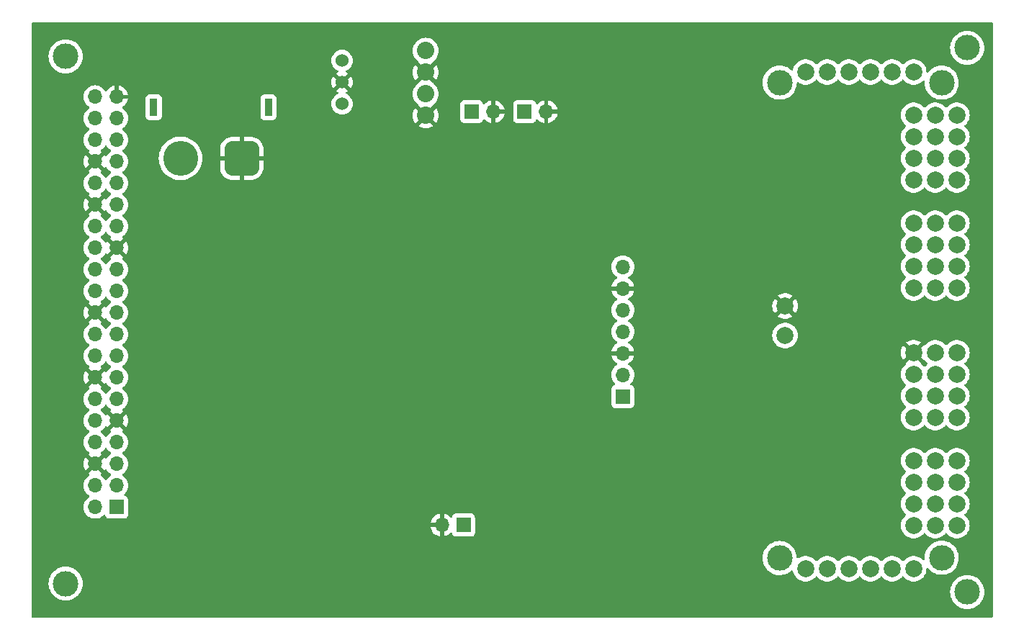
<source format=gbr>
%TF.GenerationSoftware,KiCad,Pcbnew,8.0.1*%
%TF.CreationDate,2024-05-24T12:35:21-07:00*%
%TF.ProjectId,pcb-v3,7063622d-7633-42e6-9b69-6361645f7063,rev?*%
%TF.SameCoordinates,Original*%
%TF.FileFunction,Copper,L2,Bot*%
%TF.FilePolarity,Positive*%
%FSLAX46Y46*%
G04 Gerber Fmt 4.6, Leading zero omitted, Abs format (unit mm)*
G04 Created by KiCad (PCBNEW 8.0.1) date 2024-05-24 12:35:21*
%MOMM*%
%LPD*%
G01*
G04 APERTURE LIST*
G04 Aperture macros list*
%AMRoundRect*
0 Rectangle with rounded corners*
0 $1 Rounding radius*
0 $2 $3 $4 $5 $6 $7 $8 $9 X,Y pos of 4 corners*
0 Add a 4 corners polygon primitive as box body*
4,1,4,$2,$3,$4,$5,$6,$7,$8,$9,$2,$3,0*
0 Add four circle primitives for the rounded corners*
1,1,$1+$1,$2,$3*
1,1,$1+$1,$4,$5*
1,1,$1+$1,$6,$7*
1,1,$1+$1,$8,$9*
0 Add four rect primitives between the rounded corners*
20,1,$1+$1,$2,$3,$4,$5,0*
20,1,$1+$1,$4,$5,$6,$7,0*
20,1,$1+$1,$6,$7,$8,$9,0*
20,1,$1+$1,$8,$9,$2,$3,0*%
G04 Aperture macros list end*
%TA.AperFunction,WasherPad*%
%ADD10C,3.000000*%
%TD*%
%TA.AperFunction,ComponentPad*%
%ADD11R,1.700000X1.700000*%
%TD*%
%TA.AperFunction,ComponentPad*%
%ADD12O,1.700000X1.700000*%
%TD*%
%TA.AperFunction,ComponentPad*%
%ADD13C,2.032000*%
%TD*%
%TA.AperFunction,ComponentPad*%
%ADD14C,1.524000*%
%TD*%
%TA.AperFunction,ComponentPad*%
%ADD15C,2.000000*%
%TD*%
%TA.AperFunction,ComponentPad*%
%ADD16R,0.900000X2.000000*%
%TD*%
%TA.AperFunction,ComponentPad*%
%ADD17RoundRect,1.025000X-1.025000X-1.025000X1.025000X-1.025000X1.025000X1.025000X-1.025000X1.025000X0*%
%TD*%
%TA.AperFunction,ComponentPad*%
%ADD18C,4.100000*%
%TD*%
G04 APERTURE END LIST*
D10*
%TO.P,,*%
%TO.N,*%
X234000000Y-94000000D03*
%TD*%
%TO.P,,*%
%TO.N,*%
X234000000Y-30000000D03*
%TD*%
%TO.P,,*%
%TO.N,*%
X128000000Y-31000000D03*
%TD*%
%TO.P,,*%
%TO.N,*%
X128000000Y-93000000D03*
%TD*%
D11*
%TO.P,J1,1,Pin_1*%
%TO.N,STABLE_12V*%
X175725000Y-37505000D03*
D12*
%TO.P,J1,2,Pin_2*%
%TO.N,GND*%
X178265000Y-37505000D03*
%TD*%
D11*
%TO.P,J4,1,Pin_1*%
%TO.N,ESC*%
X174775000Y-86125000D03*
D12*
%TO.P,J4,2,Pin_2*%
%TO.N,GND*%
X172235000Y-86125000D03*
%TD*%
D13*
%TO.P,Q2,1,-Vin*%
%TO.N,GND*%
X170330400Y-37956000D03*
%TO.P,Q2,2,+Vin*%
%TO.N,+12V*%
X170330400Y-35416000D03*
%TO.P,Q2,3,-Vout*%
%TO.N,GND*%
X170330400Y-32876000D03*
%TO.P,Q2,4,+Vout*%
%TO.N,STABLE_12V*%
X170330400Y-30336000D03*
%TD*%
D11*
%TO.P,J2,1,Pin_1*%
%TO.N,unconnected-(J2-Pin_1-Pad1)*%
X193500000Y-71000000D03*
D12*
%TO.P,J2,2,Pin_2*%
%TO.N,unconnected-(J2-Pin_2-Pad2)*%
X193500000Y-68460000D03*
%TO.P,J2,3,Pin_3*%
%TO.N,GND*%
X193500000Y-65920000D03*
%TO.P,J2,4,Pin_4*%
%TO.N,SDA*%
X193500000Y-63380000D03*
%TO.P,J2,5,Pin_5*%
%TO.N,SCL*%
X193500000Y-60840000D03*
%TO.P,J2,6,Pin_6*%
%TO.N,GND*%
X193500000Y-58300000D03*
%TO.P,J2,7,Pin_7*%
%TO.N,+5V*%
X193500000Y-55760000D03*
%TD*%
D11*
%TO.P,J3,1,Pin_1*%
%TO.N,STABLE_12V*%
X181960000Y-37500000D03*
D12*
%TO.P,J3,2,Pin_2*%
%TO.N,GND*%
X184500000Y-37500000D03*
%TD*%
D14*
%TO.P,Q1,1,Vin*%
%TO.N,+12V*%
X160500000Y-36580000D03*
%TO.P,Q1,2,GND*%
%TO.N,GND*%
X160500000Y-34040000D03*
%TO.P,Q1,3,Vout*%
%TO.N,+5V*%
X160500000Y-31500000D03*
%TD*%
D10*
%TO.P,U2,*%
%TO.N,*%
X211952000Y-90000000D03*
X231002000Y-89974600D03*
X211952000Y-34094600D03*
X231002000Y-34094600D03*
D15*
%TO.P,U2,1,A0*%
%TO.N,unconnected-(U2-A0-Pad1)_10*%
X227700000Y-91244600D03*
%TO.N,unconnected-(U2-A0-Pad1)_13*%
X230240000Y-86164600D03*
%TO.N,unconnected-(U2-A0-Pad1)_12*%
X230240000Y-83624600D03*
%TO.N,unconnected-(U2-A0-Pad1)_4*%
X230240000Y-81084600D03*
%TO.N,unconnected-(U2-A0-Pad1)_16*%
X230240000Y-78544600D03*
%TO.N,unconnected-(U2-A0-Pad1)_14*%
X230240000Y-73464600D03*
%TO.N,unconnected-(U2-A0-Pad1)_0*%
X230240000Y-70924600D03*
%TO.N,unconnected-(U2-A0-Pad1)_11*%
X230240000Y-68384600D03*
%TO.N,unconnected-(U2-A0-Pad1)_7*%
X230240000Y-65844600D03*
%TO.N,unconnected-(U2-A0-Pad1)_1*%
X230240000Y-58224600D03*
%TO.N,unconnected-(U2-A0-Pad1)_6*%
X230240000Y-55684600D03*
%TO.N,unconnected-(U2-A0-Pad1)_5*%
X230240000Y-53144600D03*
%TO.N,unconnected-(U2-A0-Pad1)_2*%
X230240000Y-50604600D03*
%TO.N,unconnected-(U2-A0-Pad1)_8*%
X230240000Y-45524600D03*
%TO.N,unconnected-(U2-A0-Pad1)*%
X230240000Y-42984600D03*
%TO.N,unconnected-(U2-A0-Pad1)_9*%
X230240000Y-40444600D03*
%TO.N,unconnected-(U2-A0-Pad1)_15*%
X230240000Y-37904600D03*
%TO.N,unconnected-(U2-A0-Pad1)_3*%
X227700000Y-32824600D03*
%TO.P,U2,2,A1*%
%TO.N,unconnected-(U2-A1-Pad2)_0*%
X225160000Y-91244600D03*
%TO.N,unconnected-(U2-A1-Pad2)*%
X225160000Y-32824600D03*
%TO.P,U2,3,A2*%
%TO.N,SDA*%
X222620000Y-91244600D03*
%TO.N,N/C*%
X222620000Y-32824600D03*
%TO.P,U2,4,A3*%
%TO.N,SCL*%
X220080000Y-91244600D03*
%TO.N,N/C*%
X220080000Y-32824600D03*
%TO.P,U2,5,A4*%
%TO.N,unconnected-(U2-A4-Pad5)_0*%
X217540000Y-91244600D03*
%TO.N,unconnected-(U2-A4-Pad5)*%
X217540000Y-32824600D03*
%TO.P,U2,6,PWM0*%
%TO.N,unconnected-(U2-PWM0-Pad6)_8*%
X215000000Y-91244600D03*
%TO.N,unconnected-(U2-PWM0-Pad6)_0*%
X232780000Y-86164600D03*
%TO.N,unconnected-(U2-PWM0-Pad6)_1*%
X232780000Y-83624600D03*
%TO.N,unconnected-(U2-PWM0-Pad6)_2*%
X232780000Y-81084600D03*
%TO.N,unconnected-(U2-PWM0-Pad6)_12*%
X232780000Y-78544600D03*
%TO.N,unconnected-(U2-PWM0-Pad6)_7*%
X232780000Y-73464600D03*
%TO.N,unconnected-(U2-PWM0-Pad6)_14*%
X232780000Y-70924600D03*
%TO.N,unconnected-(U2-PWM0-Pad6)_9*%
X232780000Y-68384600D03*
%TO.N,unconnected-(U2-PWM0-Pad6)*%
X232780000Y-65844600D03*
%TO.N,unconnected-(U2-PWM0-Pad6)_3*%
X232780000Y-58224600D03*
%TO.N,unconnected-(U2-PWM0-Pad6)_16*%
X232780000Y-55684600D03*
%TO.N,unconnected-(U2-PWM0-Pad6)_15*%
X232780000Y-53144600D03*
%TO.N,unconnected-(U2-PWM0-Pad6)_10*%
X232780000Y-50604600D03*
%TO.N,unconnected-(U2-PWM0-Pad6)_11*%
X232780000Y-45524600D03*
%TO.N,unconnected-(U2-PWM0-Pad6)_4*%
X232780000Y-42984600D03*
%TO.N,unconnected-(U2-PWM0-Pad6)_5*%
X232780000Y-40444600D03*
%TO.N,unconnected-(U2-PWM0-Pad6)_6*%
X232780000Y-37904600D03*
%TO.N,unconnected-(U2-PWM0-Pad6)_13*%
X215000000Y-32824600D03*
%TO.P,U2,7,PWM1*%
%TO.N,unconnected-(U2-PWM1-Pad7)*%
X227700000Y-86164600D03*
%TO.P,U2,8,PWM2*%
%TO.N,unconnected-(U2-PWM2-Pad8)*%
X227700000Y-83624600D03*
%TO.P,U2,9,PWM3*%
%TO.N,unconnected-(U2-PWM3-Pad9)*%
X227700000Y-81084600D03*
%TO.P,U2,10,PWM4*%
%TO.N,unconnected-(U2-PWM4-Pad10)*%
X227700000Y-78544600D03*
%TO.P,U2,11,PWM5*%
%TO.N,unconnected-(U2-PWM5-Pad11)*%
X227700000Y-73464600D03*
%TO.P,U2,12,PWM6*%
%TO.N,unconnected-(U2-PWM6-Pad12)*%
X227700000Y-70924600D03*
%TO.P,U2,13,PWM7*%
%TO.N,unconnected-(U2-PWM7-Pad13)*%
X227700000Y-68384600D03*
%TO.P,U2,14,GND*%
%TO.N,GND*%
X227700000Y-65844600D03*
%TO.P,U2,15,PWM8*%
%TO.N,unconnected-(U2-PWM8-Pad15)*%
X227700000Y-58224600D03*
%TO.P,U2,16,PWM9*%
%TO.N,unconnected-(U2-PWM9-Pad16)*%
X227700000Y-55684600D03*
%TO.P,U2,17,PWM10*%
%TO.N,unconnected-(U2-PWM10-Pad17)*%
X227700000Y-53144600D03*
%TO.P,U2,18,PWM11*%
%TO.N,unconnected-(U2-PWM11-Pad18)*%
X227700000Y-50604600D03*
%TO.P,U2,19,PWM12*%
%TO.N,unconnected-(U2-PWM12-Pad19)*%
X227700000Y-45524600D03*
%TO.P,U2,20,PWM13*%
%TO.N,unconnected-(U2-PWM13-Pad20)*%
X227700000Y-42984600D03*
%TO.P,U2,21,PWM14*%
%TO.N,unconnected-(U2-PWM14-Pad21)*%
X227700000Y-40444600D03*
%TO.P,U2,22,PWM15*%
%TO.N,unconnected-(U2-PWM15-Pad22)*%
X227700000Y-37904600D03*
%TO.P,U2,24,A5*%
%TO.N,+5V*%
X212587000Y-63812600D03*
%TO.P,U2,25,EXTCLK*%
%TO.N,GND*%
X212587000Y-60358200D03*
%TD*%
D16*
%TO.P,C2,*%
%TO.N,*%
X138350000Y-37000000D03*
X151850000Y-37000000D03*
D17*
%TO.P,C2,1,Vin*%
%TO.N,GND*%
X148700000Y-43000000D03*
D18*
%TO.P,C2,2,Vout*%
%TO.N,+12V*%
X141500000Y-43000000D03*
%TD*%
D11*
%TO.P,J5,1,Pin_1*%
%TO.N,N/C*%
X134000000Y-84020000D03*
D12*
%TO.P,J5,2,Pin_2*%
X131460000Y-84020000D03*
%TO.P,J5,3,Pin_3*%
%TO.N,SDA*%
X134000000Y-81480000D03*
%TO.P,J5,4,Pin_4*%
%TO.N,N/C*%
X131460000Y-81480000D03*
%TO.P,J5,5,Pin_5*%
%TO.N,SCL*%
X134000000Y-78940000D03*
%TO.P,J5,6,Pin_6*%
%TO.N,GND*%
X131460000Y-78940000D03*
%TO.P,J5,7,Pin_7*%
%TO.N,unconnected-(J5-Pin_7-Pad7)*%
X134000000Y-76400000D03*
%TO.P,J5,8,Pin_8*%
%TO.N,unconnected-(J5-Pin_8-Pad8)*%
X131460000Y-76400000D03*
%TO.P,J5,9,Pin_9*%
%TO.N,GND*%
X134000000Y-73860000D03*
%TO.P,J5,10,Pin_10*%
%TO.N,unconnected-(J5-Pin_10-Pad10)*%
X131460000Y-73860000D03*
%TO.P,J5,11,Pin_11*%
%TO.N,unconnected-(J5-Pin_11-Pad11)*%
X134000000Y-71320000D03*
%TO.P,J5,12,Pin_12*%
%TO.N,unconnected-(J5-Pin_12-Pad12)*%
X131460000Y-71320000D03*
%TO.P,J5,13,Pin_13*%
%TO.N,unconnected-(J5-Pin_13-Pad13)*%
X134000000Y-68780000D03*
%TO.P,J5,14,Pin_14*%
%TO.N,GND*%
X131460000Y-68780000D03*
%TO.P,J5,15,Pin_15*%
%TO.N,unconnected-(J5-Pin_15-Pad15)*%
X134000000Y-66240000D03*
%TO.P,J5,16,Pin_16*%
%TO.N,unconnected-(J5-Pin_16-Pad16)*%
X131460000Y-66240000D03*
%TO.P,J5,17,Pin_17*%
%TO.N,N/C*%
X134000000Y-63700000D03*
%TO.P,J5,18,Pin_18*%
%TO.N,unconnected-(J5-Pin_18-Pad18)*%
X131460000Y-63700000D03*
%TO.P,J5,19,Pin_19*%
%TO.N,unconnected-(J5-Pin_19-Pad19)*%
X134000000Y-61160000D03*
%TO.P,J5,20,Pin_20*%
%TO.N,GND*%
X131460000Y-61160000D03*
%TO.P,J5,21,Pin_21*%
%TO.N,unconnected-(J5-Pin_21-Pad21)*%
X134000000Y-58620000D03*
%TO.P,J5,22,Pin_22*%
%TO.N,unconnected-(J5-Pin_22-Pad22)*%
X131460000Y-58620000D03*
%TO.P,J5,23,Pin_23*%
%TO.N,unconnected-(J5-Pin_23-Pad23)*%
X134000000Y-56080000D03*
%TO.P,J5,24,Pin_24*%
%TO.N,unconnected-(J5-Pin_24-Pad24)*%
X131460000Y-56080000D03*
%TO.P,J5,25,Pin_25*%
%TO.N,GND*%
X134000000Y-53540000D03*
%TO.P,J5,26,Pin_26*%
%TO.N,unconnected-(J5-Pin_26-Pad26)*%
X131460000Y-53540000D03*
%TO.P,J5,27,Pin_27*%
%TO.N,unconnected-(J5-Pin_27-Pad27)*%
X134000000Y-51000000D03*
%TO.P,J5,28,Pin_28*%
%TO.N,unconnected-(J5-Pin_28-Pad28)*%
X131460000Y-51000000D03*
%TO.P,J5,29,Pin_29*%
%TO.N,unconnected-(J5-Pin_29-Pad29)*%
X134000000Y-48460000D03*
%TO.P,J5,30,Pin_30*%
%TO.N,GND*%
X131460000Y-48460000D03*
%TO.P,J5,31,Pin_31*%
%TO.N,unconnected-(J5-Pin_31-Pad31)*%
X134000000Y-45920000D03*
%TO.P,J5,32,Pin_32*%
%TO.N,SERVO*%
X131460000Y-45920000D03*
%TO.P,J5,33,Pin_33*%
%TO.N,ESC*%
X134000000Y-43380000D03*
%TO.P,J5,34,Pin_34*%
%TO.N,GND*%
X131460000Y-43380000D03*
%TO.P,J5,35,Pin_35*%
%TO.N,unconnected-(J5-Pin_35-Pad35)*%
X134000000Y-40840000D03*
%TO.P,J5,36,Pin_36*%
%TO.N,unconnected-(J5-Pin_36-Pad36)*%
X131460000Y-40840000D03*
%TO.P,J5,37,Pin_37*%
%TO.N,unconnected-(J5-Pin_37-Pad37)*%
X134000000Y-38300000D03*
%TO.P,J5,38,Pin_38*%
%TO.N,unconnected-(J5-Pin_38-Pad38)*%
X131460000Y-38300000D03*
%TO.P,J5,39,Pin_39*%
%TO.N,GND*%
X134000000Y-35760000D03*
%TO.P,J5,40,Pin_40*%
%TO.N,unconnected-(J5-Pin_40-Pad40)*%
X131460000Y-35760000D03*
%TD*%
%TA.AperFunction,Conductor*%
%TO.N,GND*%
G36*
X132574925Y-79701373D02*
G01*
X132628119Y-79625405D01*
X132682696Y-79581781D01*
X132752195Y-79574588D01*
X132814549Y-79606110D01*
X132831269Y-79625405D01*
X132961505Y-79811401D01*
X132961506Y-79811402D01*
X133128597Y-79978493D01*
X133128603Y-79978498D01*
X133314158Y-80108425D01*
X133357783Y-80163002D01*
X133364977Y-80232500D01*
X133333454Y-80294855D01*
X133314158Y-80311575D01*
X133128597Y-80441505D01*
X132961505Y-80608597D01*
X132831575Y-80794158D01*
X132776998Y-80837783D01*
X132707500Y-80844977D01*
X132645145Y-80813454D01*
X132628425Y-80794158D01*
X132498494Y-80608597D01*
X132331402Y-80441506D01*
X132331401Y-80441505D01*
X132145405Y-80311269D01*
X132101781Y-80256692D01*
X132094588Y-80187193D01*
X132126110Y-80124839D01*
X132145405Y-80108119D01*
X132221373Y-80054925D01*
X131589409Y-79422962D01*
X131652993Y-79405925D01*
X131767007Y-79340099D01*
X131860099Y-79247007D01*
X131925925Y-79132993D01*
X131942962Y-79069410D01*
X132574925Y-79701373D01*
G37*
%TD.AperFunction*%
%TA.AperFunction,Conductor*%
G36*
X132814855Y-77066546D02*
G01*
X132831575Y-77085842D01*
X132961501Y-77271396D01*
X132961506Y-77271402D01*
X133128597Y-77438493D01*
X133128603Y-77438498D01*
X133314158Y-77568425D01*
X133357783Y-77623002D01*
X133364977Y-77692500D01*
X133333454Y-77754855D01*
X133314158Y-77771575D01*
X133128597Y-77901505D01*
X132961505Y-78068597D01*
X132831269Y-78254595D01*
X132776692Y-78298220D01*
X132707194Y-78305414D01*
X132644839Y-78273891D01*
X132628119Y-78254595D01*
X132574925Y-78178626D01*
X132574925Y-78178625D01*
X131942962Y-78810589D01*
X131925925Y-78747007D01*
X131860099Y-78632993D01*
X131767007Y-78539901D01*
X131652993Y-78474075D01*
X131589410Y-78457037D01*
X132221373Y-77825073D01*
X132221373Y-77825072D01*
X132145405Y-77771880D01*
X132101780Y-77717304D01*
X132094586Y-77647805D01*
X132126108Y-77585451D01*
X132145399Y-77568734D01*
X132331401Y-77438495D01*
X132498495Y-77271401D01*
X132628425Y-77085842D01*
X132683002Y-77042217D01*
X132752500Y-77035023D01*
X132814855Y-77066546D01*
G37*
%TD.AperFunction*%
%TA.AperFunction,Conductor*%
G36*
X133534075Y-74052993D02*
G01*
X133599901Y-74167007D01*
X133692993Y-74260099D01*
X133807007Y-74325925D01*
X133870590Y-74342962D01*
X133238625Y-74974925D01*
X133314594Y-75028119D01*
X133358219Y-75082696D01*
X133365413Y-75152194D01*
X133333890Y-75214549D01*
X133314595Y-75231269D01*
X133128594Y-75361508D01*
X132961505Y-75528597D01*
X132831575Y-75714158D01*
X132776998Y-75757783D01*
X132707500Y-75764977D01*
X132645145Y-75733454D01*
X132628425Y-75714158D01*
X132498494Y-75528597D01*
X132331402Y-75361506D01*
X132331396Y-75361501D01*
X132145842Y-75231575D01*
X132102217Y-75176998D01*
X132095023Y-75107500D01*
X132126546Y-75045145D01*
X132145842Y-75028425D01*
X132236279Y-74965100D01*
X132331401Y-74898495D01*
X132498495Y-74731401D01*
X132628732Y-74545403D01*
X132683307Y-74501780D01*
X132752805Y-74494586D01*
X132815160Y-74526109D01*
X132831880Y-74545405D01*
X132885073Y-74621373D01*
X133517037Y-73989409D01*
X133534075Y-74052993D01*
G37*
%TD.AperFunction*%
%TA.AperFunction,Conductor*%
G36*
X132814855Y-71986546D02*
G01*
X132831575Y-72005842D01*
X132961500Y-72191395D01*
X132961505Y-72191401D01*
X133128599Y-72358495D01*
X133314158Y-72488425D01*
X133314594Y-72488730D01*
X133358218Y-72543307D01*
X133365411Y-72612806D01*
X133333889Y-72675160D01*
X133314593Y-72691880D01*
X133238626Y-72745072D01*
X133238625Y-72745072D01*
X133870590Y-73377037D01*
X133807007Y-73394075D01*
X133692993Y-73459901D01*
X133599901Y-73552993D01*
X133534075Y-73667007D01*
X133517037Y-73730590D01*
X132885073Y-73098626D01*
X132831881Y-73174594D01*
X132777304Y-73218219D01*
X132707806Y-73225413D01*
X132645451Y-73193891D01*
X132628730Y-73174594D01*
X132498494Y-72988597D01*
X132331402Y-72821506D01*
X132331396Y-72821501D01*
X132145842Y-72691575D01*
X132102217Y-72636998D01*
X132095023Y-72567500D01*
X132126546Y-72505145D01*
X132145842Y-72488425D01*
X132168026Y-72472891D01*
X132331401Y-72358495D01*
X132498495Y-72191401D01*
X132628425Y-72005842D01*
X132683002Y-71962217D01*
X132752500Y-71955023D01*
X132814855Y-71986546D01*
G37*
%TD.AperFunction*%
%TA.AperFunction,Conductor*%
G36*
X132574925Y-69541373D02*
G01*
X132628119Y-69465405D01*
X132682696Y-69421781D01*
X132752195Y-69414588D01*
X132814549Y-69446110D01*
X132831269Y-69465405D01*
X132961505Y-69651401D01*
X132961506Y-69651402D01*
X133128597Y-69818493D01*
X133128603Y-69818498D01*
X133314158Y-69948425D01*
X133357783Y-70003002D01*
X133364977Y-70072500D01*
X133333454Y-70134855D01*
X133314158Y-70151575D01*
X133128597Y-70281505D01*
X132961505Y-70448597D01*
X132831575Y-70634158D01*
X132776998Y-70677783D01*
X132707500Y-70684977D01*
X132645145Y-70653454D01*
X132628425Y-70634158D01*
X132498494Y-70448597D01*
X132331402Y-70281506D01*
X132331401Y-70281505D01*
X132145405Y-70151269D01*
X132101781Y-70096692D01*
X132094588Y-70027193D01*
X132126110Y-69964839D01*
X132145405Y-69948119D01*
X132221373Y-69894925D01*
X131589409Y-69262962D01*
X131652993Y-69245925D01*
X131767007Y-69180099D01*
X131860099Y-69087007D01*
X131925925Y-68972993D01*
X131942962Y-68909410D01*
X132574925Y-69541373D01*
G37*
%TD.AperFunction*%
%TA.AperFunction,Conductor*%
G36*
X132814855Y-66906546D02*
G01*
X132831575Y-66925842D01*
X132961501Y-67111396D01*
X132961506Y-67111402D01*
X133128597Y-67278493D01*
X133128603Y-67278498D01*
X133314158Y-67408425D01*
X133357783Y-67463002D01*
X133364977Y-67532500D01*
X133333454Y-67594855D01*
X133314158Y-67611575D01*
X133128597Y-67741505D01*
X132961505Y-67908597D01*
X132831269Y-68094595D01*
X132776692Y-68138220D01*
X132707194Y-68145414D01*
X132644839Y-68113891D01*
X132628119Y-68094595D01*
X132574925Y-68018626D01*
X132574925Y-68018625D01*
X131942962Y-68650589D01*
X131925925Y-68587007D01*
X131860099Y-68472993D01*
X131767007Y-68379901D01*
X131652993Y-68314075D01*
X131589410Y-68297037D01*
X132221373Y-67665073D01*
X132221373Y-67665072D01*
X132145405Y-67611880D01*
X132101780Y-67557304D01*
X132094586Y-67487805D01*
X132126108Y-67425451D01*
X132145399Y-67408734D01*
X132331401Y-67278495D01*
X132498495Y-67111401D01*
X132628425Y-66925842D01*
X132683002Y-66882217D01*
X132752500Y-66875023D01*
X132814855Y-66906546D01*
G37*
%TD.AperFunction*%
%TA.AperFunction,Conductor*%
G36*
X132574925Y-61921373D02*
G01*
X132628119Y-61845405D01*
X132682696Y-61801781D01*
X132752195Y-61794588D01*
X132814549Y-61826110D01*
X132831269Y-61845405D01*
X132961505Y-62031401D01*
X132961506Y-62031402D01*
X133128597Y-62198493D01*
X133128603Y-62198498D01*
X133314158Y-62328425D01*
X133357783Y-62383002D01*
X133364977Y-62452500D01*
X133333454Y-62514855D01*
X133314158Y-62531575D01*
X133128597Y-62661505D01*
X132961505Y-62828597D01*
X132831575Y-63014158D01*
X132776998Y-63057783D01*
X132707500Y-63064977D01*
X132645145Y-63033454D01*
X132628425Y-63014158D01*
X132498494Y-62828597D01*
X132331402Y-62661506D01*
X132331401Y-62661505D01*
X132145405Y-62531269D01*
X132101781Y-62476692D01*
X132094588Y-62407193D01*
X132126110Y-62344839D01*
X132145405Y-62328119D01*
X132221373Y-62274925D01*
X131589409Y-61642962D01*
X131652993Y-61625925D01*
X131767007Y-61560099D01*
X131860099Y-61467007D01*
X131925925Y-61352993D01*
X131942962Y-61289410D01*
X132574925Y-61921373D01*
G37*
%TD.AperFunction*%
%TA.AperFunction,Conductor*%
G36*
X132814855Y-59286546D02*
G01*
X132831575Y-59305842D01*
X132961501Y-59491396D01*
X132961506Y-59491402D01*
X133128597Y-59658493D01*
X133128603Y-59658498D01*
X133314158Y-59788425D01*
X133357783Y-59843002D01*
X133364977Y-59912500D01*
X133333454Y-59974855D01*
X133314158Y-59991575D01*
X133128597Y-60121505D01*
X132961505Y-60288597D01*
X132831269Y-60474595D01*
X132776692Y-60518220D01*
X132707194Y-60525414D01*
X132644839Y-60493891D01*
X132628119Y-60474595D01*
X132574925Y-60398626D01*
X132574925Y-60398625D01*
X131942962Y-61030589D01*
X131925925Y-60967007D01*
X131860099Y-60852993D01*
X131767007Y-60759901D01*
X131652993Y-60694075D01*
X131589410Y-60677037D01*
X132221373Y-60045073D01*
X132221373Y-60045072D01*
X132145405Y-59991880D01*
X132101780Y-59937304D01*
X132094586Y-59867805D01*
X132126108Y-59805451D01*
X132145399Y-59788734D01*
X132331401Y-59658495D01*
X132498495Y-59491401D01*
X132628425Y-59305842D01*
X132683002Y-59262217D01*
X132752500Y-59255023D01*
X132814855Y-59286546D01*
G37*
%TD.AperFunction*%
%TA.AperFunction,Conductor*%
G36*
X133534075Y-53732993D02*
G01*
X133599901Y-53847007D01*
X133692993Y-53940099D01*
X133807007Y-54005925D01*
X133870590Y-54022962D01*
X133238625Y-54654925D01*
X133314594Y-54708119D01*
X133358219Y-54762696D01*
X133365413Y-54832194D01*
X133333890Y-54894549D01*
X133314595Y-54911269D01*
X133128594Y-55041508D01*
X132961505Y-55208597D01*
X132831575Y-55394158D01*
X132776998Y-55437783D01*
X132707500Y-55444977D01*
X132645145Y-55413454D01*
X132628425Y-55394158D01*
X132498494Y-55208597D01*
X132331402Y-55041506D01*
X132331396Y-55041501D01*
X132145842Y-54911575D01*
X132102217Y-54856998D01*
X132095023Y-54787500D01*
X132126546Y-54725145D01*
X132145842Y-54708425D01*
X132222248Y-54654925D01*
X132331401Y-54578495D01*
X132498495Y-54411401D01*
X132628732Y-54225403D01*
X132683307Y-54181780D01*
X132752805Y-54174586D01*
X132815160Y-54206109D01*
X132831880Y-54225405D01*
X132885073Y-54301373D01*
X133517037Y-53669409D01*
X133534075Y-53732993D01*
G37*
%TD.AperFunction*%
%TA.AperFunction,Conductor*%
G36*
X132814855Y-51666546D02*
G01*
X132831575Y-51685842D01*
X132961500Y-51871395D01*
X132961505Y-51871401D01*
X133128599Y-52038495D01*
X133314158Y-52168425D01*
X133314594Y-52168730D01*
X133358218Y-52223307D01*
X133365411Y-52292806D01*
X133333889Y-52355160D01*
X133314593Y-52371880D01*
X133238626Y-52425072D01*
X133238625Y-52425072D01*
X133870590Y-53057037D01*
X133807007Y-53074075D01*
X133692993Y-53139901D01*
X133599901Y-53232993D01*
X133534075Y-53347007D01*
X133517037Y-53410590D01*
X132885073Y-52778626D01*
X132831881Y-52854594D01*
X132777304Y-52898219D01*
X132707806Y-52905413D01*
X132645451Y-52873891D01*
X132628730Y-52854594D01*
X132498494Y-52668597D01*
X132331402Y-52501506D01*
X132331396Y-52501501D01*
X132145842Y-52371575D01*
X132102217Y-52316998D01*
X132095023Y-52247500D01*
X132126546Y-52185145D01*
X132145842Y-52168425D01*
X132168026Y-52152891D01*
X132331401Y-52038495D01*
X132498495Y-51871401D01*
X132628425Y-51685842D01*
X132683002Y-51642217D01*
X132752500Y-51635023D01*
X132814855Y-51666546D01*
G37*
%TD.AperFunction*%
%TA.AperFunction,Conductor*%
G36*
X132574925Y-49221373D02*
G01*
X132628119Y-49145405D01*
X132682696Y-49101781D01*
X132752195Y-49094588D01*
X132814549Y-49126110D01*
X132831269Y-49145405D01*
X132961505Y-49331401D01*
X132961506Y-49331402D01*
X133128597Y-49498493D01*
X133128603Y-49498498D01*
X133314158Y-49628425D01*
X133357783Y-49683002D01*
X133364977Y-49752500D01*
X133333454Y-49814855D01*
X133314158Y-49831575D01*
X133128597Y-49961505D01*
X132961505Y-50128597D01*
X132831575Y-50314158D01*
X132776998Y-50357783D01*
X132707500Y-50364977D01*
X132645145Y-50333454D01*
X132628425Y-50314158D01*
X132498494Y-50128597D01*
X132331402Y-49961506D01*
X132331401Y-49961505D01*
X132145405Y-49831269D01*
X132101781Y-49776692D01*
X132094588Y-49707193D01*
X132126110Y-49644839D01*
X132145405Y-49628119D01*
X132221373Y-49574925D01*
X131589409Y-48942962D01*
X131652993Y-48925925D01*
X131767007Y-48860099D01*
X131860099Y-48767007D01*
X131925925Y-48652993D01*
X131942962Y-48589410D01*
X132574925Y-49221373D01*
G37*
%TD.AperFunction*%
%TA.AperFunction,Conductor*%
G36*
X132814855Y-46586546D02*
G01*
X132831575Y-46605842D01*
X132961501Y-46791396D01*
X132961506Y-46791402D01*
X133128597Y-46958493D01*
X133128603Y-46958498D01*
X133314158Y-47088425D01*
X133357783Y-47143002D01*
X133364977Y-47212500D01*
X133333454Y-47274855D01*
X133314158Y-47291575D01*
X133128597Y-47421505D01*
X132961505Y-47588597D01*
X132831269Y-47774595D01*
X132776692Y-47818220D01*
X132707194Y-47825414D01*
X132644839Y-47793891D01*
X132628119Y-47774595D01*
X132574925Y-47698626D01*
X132574925Y-47698625D01*
X131942962Y-48330589D01*
X131925925Y-48267007D01*
X131860099Y-48152993D01*
X131767007Y-48059901D01*
X131652993Y-47994075D01*
X131589410Y-47977037D01*
X132221373Y-47345073D01*
X132221373Y-47345072D01*
X132145405Y-47291880D01*
X132101780Y-47237304D01*
X132094586Y-47167805D01*
X132126108Y-47105451D01*
X132145399Y-47088734D01*
X132331401Y-46958495D01*
X132498495Y-46791401D01*
X132628425Y-46605842D01*
X132683002Y-46562217D01*
X132752500Y-46555023D01*
X132814855Y-46586546D01*
G37*
%TD.AperFunction*%
%TA.AperFunction,Conductor*%
G36*
X132574925Y-44141373D02*
G01*
X132628119Y-44065405D01*
X132682696Y-44021781D01*
X132752195Y-44014588D01*
X132814549Y-44046110D01*
X132831269Y-44065405D01*
X132961505Y-44251401D01*
X132961506Y-44251402D01*
X133128597Y-44418493D01*
X133128603Y-44418498D01*
X133314158Y-44548425D01*
X133357783Y-44603002D01*
X133364977Y-44672500D01*
X133333454Y-44734855D01*
X133314158Y-44751575D01*
X133128597Y-44881505D01*
X132961505Y-45048597D01*
X132831575Y-45234158D01*
X132776998Y-45277783D01*
X132707500Y-45284977D01*
X132645145Y-45253454D01*
X132628425Y-45234158D01*
X132498494Y-45048597D01*
X132331402Y-44881506D01*
X132331401Y-44881505D01*
X132145405Y-44751269D01*
X132101781Y-44696692D01*
X132094588Y-44627193D01*
X132126110Y-44564839D01*
X132145405Y-44548119D01*
X132221373Y-44494925D01*
X131589409Y-43862962D01*
X131652993Y-43845925D01*
X131767007Y-43780099D01*
X131860099Y-43687007D01*
X131925925Y-43572993D01*
X131942962Y-43509410D01*
X132574925Y-44141373D01*
G37*
%TD.AperFunction*%
%TA.AperFunction,Conductor*%
G36*
X132814855Y-41506546D02*
G01*
X132831575Y-41525842D01*
X132961501Y-41711396D01*
X132961506Y-41711402D01*
X133128597Y-41878493D01*
X133128603Y-41878498D01*
X133314158Y-42008425D01*
X133357783Y-42063002D01*
X133364977Y-42132500D01*
X133333454Y-42194855D01*
X133314158Y-42211575D01*
X133128597Y-42341505D01*
X132961505Y-42508597D01*
X132831269Y-42694595D01*
X132776692Y-42738220D01*
X132707194Y-42745414D01*
X132644839Y-42713891D01*
X132628119Y-42694595D01*
X132574925Y-42618626D01*
X132574925Y-42618625D01*
X131942962Y-43250589D01*
X131925925Y-43187007D01*
X131860099Y-43072993D01*
X131767007Y-42979901D01*
X131652993Y-42914075D01*
X131589410Y-42897037D01*
X132221373Y-42265073D01*
X132221373Y-42265072D01*
X132145405Y-42211880D01*
X132101780Y-42157304D01*
X132094586Y-42087805D01*
X132126108Y-42025451D01*
X132145399Y-42008734D01*
X132331401Y-41878495D01*
X132498495Y-41711401D01*
X132628425Y-41525842D01*
X132683002Y-41482217D01*
X132752500Y-41475023D01*
X132814855Y-41506546D01*
G37*
%TD.AperFunction*%
%TA.AperFunction,Conductor*%
G36*
X228923434Y-66714482D02*
G01*
X228934861Y-66713297D01*
X229003573Y-66725960D01*
X229048092Y-66765794D01*
X229048683Y-66765335D01*
X229051218Y-66768592D01*
X229051456Y-66768805D01*
X229051831Y-66769380D01*
X229051836Y-66769385D01*
X229220256Y-66952338D01*
X229303008Y-67016747D01*
X229343821Y-67073457D01*
X229347496Y-67143230D01*
X229312864Y-67203913D01*
X229303014Y-67212448D01*
X229244400Y-67258069D01*
X229220257Y-67276861D01*
X229061230Y-67449610D01*
X229001342Y-67485601D01*
X228931504Y-67483500D01*
X228878770Y-67449610D01*
X228839108Y-67406526D01*
X228719744Y-67276862D01*
X228616253Y-67196312D01*
X228575442Y-67139603D01*
X228568655Y-67090776D01*
X228570056Y-67068209D01*
X227829409Y-66327562D01*
X227892993Y-66310525D01*
X228007007Y-66244699D01*
X228100099Y-66151607D01*
X228165925Y-66037593D01*
X228182962Y-65974010D01*
X228923434Y-66714482D01*
G37*
%TD.AperFunction*%
%TA.AperFunction,Conductor*%
G36*
X236943039Y-27019685D02*
G01*
X236988794Y-27072489D01*
X237000000Y-27124000D01*
X237000000Y-96876000D01*
X236980315Y-96943039D01*
X236927511Y-96988794D01*
X236876000Y-97000000D01*
X124124000Y-97000000D01*
X124056961Y-96980315D01*
X124011206Y-96927511D01*
X124000000Y-96876000D01*
X124000000Y-93000001D01*
X125994390Y-93000001D01*
X126014804Y-93285433D01*
X126075628Y-93565037D01*
X126075630Y-93565043D01*
X126075631Y-93565046D01*
X126175633Y-93833161D01*
X126175635Y-93833166D01*
X126312770Y-94084309D01*
X126312775Y-94084317D01*
X126484254Y-94313387D01*
X126484270Y-94313405D01*
X126686594Y-94515729D01*
X126686612Y-94515745D01*
X126915682Y-94687224D01*
X126915690Y-94687229D01*
X127166833Y-94824364D01*
X127166832Y-94824364D01*
X127166836Y-94824365D01*
X127166839Y-94824367D01*
X127434954Y-94924369D01*
X127434960Y-94924370D01*
X127434962Y-94924371D01*
X127714566Y-94985195D01*
X127714568Y-94985195D01*
X127714572Y-94985196D01*
X127968220Y-95003337D01*
X127999999Y-95005610D01*
X128000000Y-95005610D01*
X128000001Y-95005610D01*
X128028595Y-95003564D01*
X128285428Y-94985196D01*
X128565046Y-94924369D01*
X128833161Y-94824367D01*
X129084315Y-94687226D01*
X129313395Y-94515739D01*
X129515739Y-94313395D01*
X129687226Y-94084315D01*
X129733265Y-94000001D01*
X231994390Y-94000001D01*
X232014804Y-94285433D01*
X232075628Y-94565037D01*
X232175635Y-94833166D01*
X232312770Y-95084309D01*
X232312775Y-95084317D01*
X232484254Y-95313387D01*
X232484270Y-95313405D01*
X232686594Y-95515729D01*
X232686612Y-95515745D01*
X232915682Y-95687224D01*
X232915690Y-95687229D01*
X233166833Y-95824364D01*
X233166832Y-95824364D01*
X233166836Y-95824365D01*
X233166839Y-95824367D01*
X233434954Y-95924369D01*
X233434960Y-95924370D01*
X233434962Y-95924371D01*
X233714566Y-95985195D01*
X233714568Y-95985195D01*
X233714572Y-95985196D01*
X233968220Y-96003337D01*
X233999999Y-96005610D01*
X234000000Y-96005610D01*
X234000001Y-96005610D01*
X234028595Y-96003564D01*
X234285428Y-95985196D01*
X234565046Y-95924369D01*
X234833161Y-95824367D01*
X235084315Y-95687226D01*
X235313395Y-95515739D01*
X235515739Y-95313395D01*
X235687226Y-95084315D01*
X235824367Y-94833161D01*
X235924369Y-94565046D01*
X235985196Y-94285428D01*
X236005610Y-94000000D01*
X235985196Y-93714572D01*
X235924369Y-93434954D01*
X235824367Y-93166839D01*
X235687226Y-92915685D01*
X235559528Y-92745100D01*
X235515745Y-92686612D01*
X235515729Y-92686594D01*
X235313405Y-92484270D01*
X235313387Y-92484254D01*
X235084317Y-92312775D01*
X235084309Y-92312770D01*
X234833166Y-92175635D01*
X234833167Y-92175635D01*
X234725915Y-92135632D01*
X234565046Y-92075631D01*
X234565043Y-92075630D01*
X234565037Y-92075628D01*
X234285433Y-92014804D01*
X234000001Y-91994390D01*
X233999999Y-91994390D01*
X233714566Y-92014804D01*
X233434962Y-92075628D01*
X233166833Y-92175635D01*
X232915690Y-92312770D01*
X232915682Y-92312775D01*
X232686612Y-92484254D01*
X232686594Y-92484270D01*
X232484270Y-92686594D01*
X232484254Y-92686612D01*
X232312775Y-92915682D01*
X232312770Y-92915690D01*
X232175635Y-93166833D01*
X232075628Y-93434962D01*
X232014804Y-93714566D01*
X231994390Y-93999998D01*
X231994390Y-94000001D01*
X129733265Y-94000001D01*
X129824367Y-93833161D01*
X129924369Y-93565046D01*
X129985196Y-93285428D01*
X130005610Y-93000000D01*
X129985196Y-92714572D01*
X129982933Y-92704171D01*
X129924371Y-92434962D01*
X129924370Y-92434960D01*
X129924369Y-92434954D01*
X129824367Y-92166839D01*
X129774563Y-92075631D01*
X129687229Y-91915690D01*
X129687224Y-91915682D01*
X129515745Y-91686612D01*
X129515729Y-91686594D01*
X129313405Y-91484270D01*
X129313387Y-91484254D01*
X129084317Y-91312775D01*
X129084309Y-91312770D01*
X128833166Y-91175635D01*
X128833167Y-91175635D01*
X128725915Y-91135632D01*
X128565046Y-91075631D01*
X128565043Y-91075630D01*
X128565037Y-91075628D01*
X128285433Y-91014804D01*
X128000001Y-90994390D01*
X127999999Y-90994390D01*
X127714566Y-91014804D01*
X127434962Y-91075628D01*
X127166833Y-91175635D01*
X126915690Y-91312770D01*
X126915682Y-91312775D01*
X126686612Y-91484254D01*
X126686594Y-91484270D01*
X126484270Y-91686594D01*
X126484254Y-91686612D01*
X126312775Y-91915682D01*
X126312770Y-91915690D01*
X126175635Y-92166833D01*
X126075628Y-92434962D01*
X126014804Y-92714566D01*
X125994390Y-92999998D01*
X125994390Y-93000001D01*
X124000000Y-93000001D01*
X124000000Y-90000001D01*
X209946390Y-90000001D01*
X209966804Y-90285433D01*
X210027628Y-90565037D01*
X210127635Y-90833166D01*
X210264770Y-91084309D01*
X210264775Y-91084317D01*
X210436254Y-91313387D01*
X210436270Y-91313405D01*
X210638594Y-91515729D01*
X210638612Y-91515745D01*
X210867682Y-91687224D01*
X210867690Y-91687229D01*
X211118833Y-91824364D01*
X211118832Y-91824364D01*
X211118836Y-91824365D01*
X211118839Y-91824367D01*
X211386954Y-91924369D01*
X211386960Y-91924370D01*
X211386962Y-91924371D01*
X211666566Y-91985195D01*
X211666568Y-91985195D01*
X211666572Y-91985196D01*
X211920220Y-92003337D01*
X211951999Y-92005610D01*
X211952000Y-92005610D01*
X211952001Y-92005610D01*
X211980595Y-92003564D01*
X212237428Y-91985196D01*
X212260349Y-91980210D01*
X212517037Y-91924371D01*
X212517037Y-91924370D01*
X212517046Y-91924369D01*
X212785161Y-91824367D01*
X213036315Y-91687226D01*
X213265395Y-91515739D01*
X213314874Y-91466260D01*
X213376197Y-91432774D01*
X213445888Y-91437758D01*
X213501822Y-91479629D01*
X213522762Y-91523500D01*
X213575936Y-91733481D01*
X213675826Y-91961206D01*
X213811833Y-92169382D01*
X213821229Y-92179589D01*
X213980256Y-92352338D01*
X214176491Y-92505074D01*
X214395190Y-92623428D01*
X214630386Y-92704171D01*
X214875665Y-92745100D01*
X215124335Y-92745100D01*
X215369614Y-92704171D01*
X215604810Y-92623428D01*
X215823509Y-92505074D01*
X216019744Y-92352338D01*
X216178771Y-92179588D01*
X216238657Y-92143599D01*
X216308495Y-92145699D01*
X216361228Y-92179588D01*
X216520256Y-92352338D01*
X216716491Y-92505074D01*
X216935190Y-92623428D01*
X217170386Y-92704171D01*
X217415665Y-92745100D01*
X217664335Y-92745100D01*
X217909614Y-92704171D01*
X218144810Y-92623428D01*
X218363509Y-92505074D01*
X218559744Y-92352338D01*
X218718771Y-92179588D01*
X218778657Y-92143599D01*
X218848495Y-92145699D01*
X218901228Y-92179588D01*
X219060256Y-92352338D01*
X219256491Y-92505074D01*
X219475190Y-92623428D01*
X219710386Y-92704171D01*
X219955665Y-92745100D01*
X220204335Y-92745100D01*
X220449614Y-92704171D01*
X220684810Y-92623428D01*
X220903509Y-92505074D01*
X221099744Y-92352338D01*
X221258771Y-92179588D01*
X221318657Y-92143599D01*
X221388495Y-92145699D01*
X221441228Y-92179588D01*
X221600256Y-92352338D01*
X221796491Y-92505074D01*
X222015190Y-92623428D01*
X222250386Y-92704171D01*
X222495665Y-92745100D01*
X222744335Y-92745100D01*
X222989614Y-92704171D01*
X223224810Y-92623428D01*
X223443509Y-92505074D01*
X223639744Y-92352338D01*
X223798771Y-92179588D01*
X223858657Y-92143599D01*
X223928495Y-92145699D01*
X223981228Y-92179588D01*
X224140256Y-92352338D01*
X224336491Y-92505074D01*
X224555190Y-92623428D01*
X224790386Y-92704171D01*
X225035665Y-92745100D01*
X225284335Y-92745100D01*
X225529614Y-92704171D01*
X225764810Y-92623428D01*
X225983509Y-92505074D01*
X226179744Y-92352338D01*
X226338771Y-92179588D01*
X226398657Y-92143599D01*
X226468495Y-92145699D01*
X226521228Y-92179588D01*
X226680256Y-92352338D01*
X226876491Y-92505074D01*
X227095190Y-92623428D01*
X227330386Y-92704171D01*
X227575665Y-92745100D01*
X227824335Y-92745100D01*
X228069614Y-92704171D01*
X228304810Y-92623428D01*
X228523509Y-92505074D01*
X228719744Y-92352338D01*
X228888164Y-92169385D01*
X229024173Y-91961207D01*
X229124063Y-91733481D01*
X229185108Y-91492421D01*
X229203383Y-91271865D01*
X229228536Y-91206685D01*
X229284937Y-91165446D01*
X229354681Y-91161248D01*
X229415623Y-91195421D01*
X229426226Y-91207798D01*
X229486261Y-91287995D01*
X229486265Y-91287999D01*
X229486270Y-91288005D01*
X229688594Y-91490329D01*
X229688612Y-91490345D01*
X229917682Y-91661824D01*
X229917690Y-91661829D01*
X230168833Y-91798964D01*
X230168832Y-91798964D01*
X230168836Y-91798965D01*
X230168839Y-91798967D01*
X230436954Y-91898969D01*
X230436960Y-91898970D01*
X230436962Y-91898971D01*
X230716566Y-91959795D01*
X230716568Y-91959795D01*
X230716572Y-91959796D01*
X230970220Y-91977937D01*
X231001999Y-91980210D01*
X231002000Y-91980210D01*
X231002001Y-91980210D01*
X231030595Y-91978164D01*
X231287428Y-91959796D01*
X231490218Y-91915682D01*
X231567037Y-91898971D01*
X231567037Y-91898970D01*
X231567046Y-91898969D01*
X231835161Y-91798967D01*
X232086315Y-91661826D01*
X232315395Y-91490339D01*
X232517739Y-91287995D01*
X232689226Y-91058915D01*
X232826367Y-90807761D01*
X232926369Y-90539646D01*
X232976410Y-90309610D01*
X232987195Y-90260033D01*
X232987195Y-90260032D01*
X232987196Y-90260028D01*
X233007610Y-89974600D01*
X232987196Y-89689172D01*
X232931894Y-89434954D01*
X232926371Y-89409562D01*
X232926370Y-89409560D01*
X232926369Y-89409554D01*
X232826367Y-89141439D01*
X232703098Y-88915690D01*
X232689229Y-88890290D01*
X232689224Y-88890282D01*
X232517745Y-88661212D01*
X232517729Y-88661194D01*
X232315405Y-88458870D01*
X232315387Y-88458854D01*
X232086317Y-88287375D01*
X232086309Y-88287370D01*
X231835166Y-88150235D01*
X231835167Y-88150235D01*
X231727915Y-88110232D01*
X231567046Y-88050231D01*
X231567043Y-88050230D01*
X231567037Y-88050228D01*
X231287433Y-87989404D01*
X231002001Y-87968990D01*
X231001999Y-87968990D01*
X230716566Y-87989404D01*
X230436962Y-88050228D01*
X230168833Y-88150235D01*
X229917690Y-88287370D01*
X229917682Y-88287375D01*
X229688612Y-88458854D01*
X229688594Y-88458870D01*
X229486270Y-88661194D01*
X229486254Y-88661212D01*
X229314775Y-88890282D01*
X229314770Y-88890290D01*
X229177635Y-89141433D01*
X229077628Y-89409562D01*
X229016804Y-89689166D01*
X228996390Y-89974598D01*
X228996390Y-89974601D01*
X229006974Y-90122590D01*
X228992122Y-90190863D01*
X228942717Y-90240268D01*
X228874444Y-90255120D01*
X228808979Y-90230703D01*
X228792064Y-90215423D01*
X228719744Y-90136862D01*
X228523509Y-89984126D01*
X228523507Y-89984125D01*
X228523506Y-89984124D01*
X228304811Y-89865772D01*
X228304802Y-89865769D01*
X228069616Y-89785029D01*
X227824335Y-89744100D01*
X227575665Y-89744100D01*
X227330383Y-89785029D01*
X227095197Y-89865769D01*
X227095188Y-89865772D01*
X226876493Y-89984124D01*
X226680257Y-90136861D01*
X226521230Y-90309610D01*
X226461342Y-90345601D01*
X226391504Y-90343500D01*
X226338770Y-90309610D01*
X226274936Y-90240268D01*
X226179744Y-90136862D01*
X225983509Y-89984126D01*
X225983507Y-89984125D01*
X225983506Y-89984124D01*
X225764811Y-89865772D01*
X225764802Y-89865769D01*
X225529616Y-89785029D01*
X225284335Y-89744100D01*
X225035665Y-89744100D01*
X224790383Y-89785029D01*
X224555197Y-89865769D01*
X224555188Y-89865772D01*
X224336493Y-89984124D01*
X224140257Y-90136861D01*
X223981230Y-90309610D01*
X223921342Y-90345601D01*
X223851504Y-90343500D01*
X223798770Y-90309610D01*
X223734936Y-90240268D01*
X223639744Y-90136862D01*
X223443509Y-89984126D01*
X223443507Y-89984125D01*
X223443506Y-89984124D01*
X223224811Y-89865772D01*
X223224802Y-89865769D01*
X222989616Y-89785029D01*
X222744335Y-89744100D01*
X222495665Y-89744100D01*
X222250383Y-89785029D01*
X222015197Y-89865769D01*
X222015188Y-89865772D01*
X221796493Y-89984124D01*
X221600257Y-90136861D01*
X221441230Y-90309610D01*
X221381342Y-90345601D01*
X221311504Y-90343500D01*
X221258770Y-90309610D01*
X221194936Y-90240268D01*
X221099744Y-90136862D01*
X220903509Y-89984126D01*
X220903507Y-89984125D01*
X220903506Y-89984124D01*
X220684811Y-89865772D01*
X220684802Y-89865769D01*
X220449616Y-89785029D01*
X220204335Y-89744100D01*
X219955665Y-89744100D01*
X219710383Y-89785029D01*
X219475197Y-89865769D01*
X219475188Y-89865772D01*
X219256493Y-89984124D01*
X219060257Y-90136861D01*
X218901230Y-90309610D01*
X218841342Y-90345601D01*
X218771504Y-90343500D01*
X218718770Y-90309610D01*
X218654936Y-90240268D01*
X218559744Y-90136862D01*
X218363509Y-89984126D01*
X218363507Y-89984125D01*
X218363506Y-89984124D01*
X218144811Y-89865772D01*
X218144802Y-89865769D01*
X217909616Y-89785029D01*
X217664335Y-89744100D01*
X217415665Y-89744100D01*
X217170383Y-89785029D01*
X216935197Y-89865769D01*
X216935188Y-89865772D01*
X216716493Y-89984124D01*
X216520257Y-90136861D01*
X216361230Y-90309610D01*
X216301342Y-90345601D01*
X216231504Y-90343500D01*
X216178770Y-90309610D01*
X216114936Y-90240268D01*
X216019744Y-90136862D01*
X215823509Y-89984126D01*
X215823507Y-89984125D01*
X215823506Y-89984124D01*
X215604811Y-89865772D01*
X215604802Y-89865769D01*
X215369616Y-89785029D01*
X215124335Y-89744100D01*
X214875665Y-89744100D01*
X214630383Y-89785029D01*
X214395197Y-89865769D01*
X214395188Y-89865772D01*
X214176493Y-89984124D01*
X214151353Y-90003692D01*
X214086358Y-90029333D01*
X214017818Y-90015766D01*
X213967494Y-89967296D01*
X213951508Y-89914683D01*
X213942235Y-89785029D01*
X213937196Y-89714572D01*
X213931669Y-89689166D01*
X213876371Y-89434962D01*
X213876370Y-89434960D01*
X213876369Y-89434954D01*
X213776367Y-89166839D01*
X213762497Y-89141439D01*
X213639229Y-88915690D01*
X213639224Y-88915682D01*
X213467745Y-88686612D01*
X213467729Y-88686594D01*
X213265405Y-88484270D01*
X213265387Y-88484254D01*
X213036317Y-88312775D01*
X213036309Y-88312770D01*
X212785166Y-88175635D01*
X212785167Y-88175635D01*
X212677915Y-88135632D01*
X212517046Y-88075631D01*
X212517043Y-88075630D01*
X212517037Y-88075628D01*
X212237433Y-88014804D01*
X211952001Y-87994390D01*
X211951999Y-87994390D01*
X211666566Y-88014804D01*
X211386962Y-88075628D01*
X211118833Y-88175635D01*
X210867690Y-88312770D01*
X210867682Y-88312775D01*
X210638612Y-88484254D01*
X210638594Y-88484270D01*
X210436270Y-88686594D01*
X210436254Y-88686612D01*
X210264775Y-88915682D01*
X210264770Y-88915690D01*
X210127635Y-89166833D01*
X210027628Y-89434962D01*
X209966804Y-89714566D01*
X209946390Y-89999998D01*
X209946390Y-90000001D01*
X124000000Y-90000001D01*
X124000000Y-86375000D01*
X170904364Y-86375000D01*
X170961567Y-86588486D01*
X170961570Y-86588492D01*
X171061399Y-86802578D01*
X171196894Y-86996082D01*
X171363917Y-87163105D01*
X171557421Y-87298600D01*
X171771507Y-87398429D01*
X171771516Y-87398433D01*
X171985000Y-87455634D01*
X171985000Y-86558012D01*
X172042007Y-86590925D01*
X172169174Y-86625000D01*
X172300826Y-86625000D01*
X172427993Y-86590925D01*
X172485000Y-86558012D01*
X172485000Y-87455633D01*
X172698483Y-87398433D01*
X172698492Y-87398429D01*
X172912578Y-87298600D01*
X173106078Y-87163108D01*
X173228133Y-87041053D01*
X173289456Y-87007568D01*
X173359148Y-87012552D01*
X173415082Y-87054423D01*
X173431997Y-87085401D01*
X173481202Y-87217328D01*
X173481206Y-87217335D01*
X173567452Y-87332544D01*
X173567455Y-87332547D01*
X173682664Y-87418793D01*
X173682671Y-87418797D01*
X173817517Y-87469091D01*
X173817516Y-87469091D01*
X173824444Y-87469835D01*
X173877127Y-87475500D01*
X175672872Y-87475499D01*
X175732483Y-87469091D01*
X175867331Y-87418796D01*
X175982546Y-87332546D01*
X176068796Y-87217331D01*
X176119091Y-87082483D01*
X176125500Y-87022873D01*
X176125500Y-86164605D01*
X226194357Y-86164605D01*
X226214890Y-86412412D01*
X226214892Y-86412424D01*
X226275936Y-86653481D01*
X226375826Y-86881206D01*
X226511833Y-87089382D01*
X226511836Y-87089385D01*
X226680256Y-87272338D01*
X226876491Y-87425074D01*
X227095190Y-87543428D01*
X227330386Y-87624171D01*
X227575665Y-87665100D01*
X227824335Y-87665100D01*
X228069614Y-87624171D01*
X228304810Y-87543428D01*
X228523509Y-87425074D01*
X228719744Y-87272338D01*
X228878771Y-87099588D01*
X228938657Y-87063599D01*
X229008495Y-87065699D01*
X229061228Y-87099588D01*
X229220256Y-87272338D01*
X229416491Y-87425074D01*
X229635190Y-87543428D01*
X229870386Y-87624171D01*
X230115665Y-87665100D01*
X230364335Y-87665100D01*
X230609614Y-87624171D01*
X230844810Y-87543428D01*
X231063509Y-87425074D01*
X231259744Y-87272338D01*
X231418771Y-87099588D01*
X231478657Y-87063599D01*
X231548495Y-87065699D01*
X231601228Y-87099588D01*
X231760256Y-87272338D01*
X231956491Y-87425074D01*
X232175190Y-87543428D01*
X232410386Y-87624171D01*
X232655665Y-87665100D01*
X232904335Y-87665100D01*
X233149614Y-87624171D01*
X233384810Y-87543428D01*
X233603509Y-87425074D01*
X233799744Y-87272338D01*
X233968164Y-87089385D01*
X234104173Y-86881207D01*
X234204063Y-86653481D01*
X234265108Y-86412421D01*
X234285643Y-86164600D01*
X234276907Y-86059174D01*
X234265109Y-85916787D01*
X234265107Y-85916775D01*
X234204063Y-85675718D01*
X234104173Y-85447993D01*
X233968166Y-85239817D01*
X233939747Y-85208946D01*
X233799744Y-85056862D01*
X233716991Y-84992452D01*
X233676179Y-84935743D01*
X233672504Y-84865970D01*
X233707136Y-84805287D01*
X233716985Y-84796751D01*
X233799744Y-84732338D01*
X233968164Y-84549385D01*
X234104173Y-84341207D01*
X234204063Y-84113481D01*
X234265108Y-83872421D01*
X234265109Y-83872412D01*
X234285643Y-83624605D01*
X234285643Y-83624594D01*
X234265109Y-83376787D01*
X234265107Y-83376775D01*
X234204063Y-83135718D01*
X234104173Y-82907993D01*
X233968166Y-82699817D01*
X233931764Y-82660274D01*
X233799744Y-82516862D01*
X233716991Y-82452452D01*
X233676179Y-82395743D01*
X233672504Y-82325970D01*
X233707136Y-82265287D01*
X233716985Y-82256751D01*
X233799744Y-82192338D01*
X233968164Y-82009385D01*
X234104173Y-81801207D01*
X234204063Y-81573481D01*
X234265108Y-81332421D01*
X234265109Y-81332412D01*
X234285643Y-81084605D01*
X234285643Y-81084594D01*
X234265109Y-80836787D01*
X234265107Y-80836775D01*
X234204063Y-80595718D01*
X234104173Y-80367993D01*
X233968166Y-80159817D01*
X233935508Y-80124341D01*
X233799744Y-79976862D01*
X233716991Y-79912452D01*
X233676179Y-79855743D01*
X233672504Y-79785970D01*
X233707136Y-79725287D01*
X233716985Y-79716751D01*
X233799744Y-79652338D01*
X233968164Y-79469385D01*
X234104173Y-79261207D01*
X234204063Y-79033481D01*
X234265108Y-78792421D01*
X234272379Y-78704673D01*
X234285643Y-78544605D01*
X234285643Y-78544594D01*
X234265109Y-78296787D01*
X234265107Y-78296775D01*
X234204063Y-78055718D01*
X234104173Y-77827993D01*
X233968166Y-77619817D01*
X233936248Y-77585145D01*
X233799744Y-77436862D01*
X233603509Y-77284126D01*
X233603507Y-77284125D01*
X233603506Y-77284124D01*
X233384811Y-77165772D01*
X233384802Y-77165769D01*
X233149616Y-77085029D01*
X232904335Y-77044100D01*
X232655665Y-77044100D01*
X232410383Y-77085029D01*
X232175197Y-77165769D01*
X232175188Y-77165772D01*
X231956493Y-77284124D01*
X231760257Y-77436861D01*
X231601230Y-77609610D01*
X231541342Y-77645601D01*
X231471504Y-77643500D01*
X231418770Y-77609610D01*
X231379108Y-77566526D01*
X231259744Y-77436862D01*
X231063509Y-77284126D01*
X231063507Y-77284125D01*
X231063506Y-77284124D01*
X230844811Y-77165772D01*
X230844802Y-77165769D01*
X230609616Y-77085029D01*
X230364335Y-77044100D01*
X230115665Y-77044100D01*
X229870383Y-77085029D01*
X229635197Y-77165769D01*
X229635188Y-77165772D01*
X229416493Y-77284124D01*
X229220257Y-77436861D01*
X229061230Y-77609610D01*
X229001342Y-77645601D01*
X228931504Y-77643500D01*
X228878770Y-77609610D01*
X228839108Y-77566526D01*
X228719744Y-77436862D01*
X228523509Y-77284126D01*
X228523507Y-77284125D01*
X228523506Y-77284124D01*
X228304811Y-77165772D01*
X228304802Y-77165769D01*
X228069616Y-77085029D01*
X227824335Y-77044100D01*
X227575665Y-77044100D01*
X227330383Y-77085029D01*
X227095197Y-77165769D01*
X227095188Y-77165772D01*
X226876493Y-77284124D01*
X226680257Y-77436861D01*
X226511833Y-77619817D01*
X226375826Y-77827993D01*
X226275936Y-78055718D01*
X226214892Y-78296775D01*
X226214890Y-78296787D01*
X226194357Y-78544594D01*
X226194357Y-78544605D01*
X226214890Y-78792412D01*
X226214892Y-78792424D01*
X226275936Y-79033481D01*
X226375826Y-79261206D01*
X226511833Y-79469382D01*
X226511836Y-79469385D01*
X226680256Y-79652338D01*
X226763008Y-79716747D01*
X226803821Y-79773457D01*
X226807496Y-79843230D01*
X226772864Y-79903913D01*
X226763014Y-79912448D01*
X226704400Y-79958069D01*
X226680257Y-79976861D01*
X226511833Y-80159817D01*
X226375826Y-80367993D01*
X226275936Y-80595718D01*
X226214892Y-80836775D01*
X226214890Y-80836787D01*
X226194357Y-81084594D01*
X226194357Y-81084605D01*
X226214890Y-81332412D01*
X226214892Y-81332424D01*
X226275936Y-81573481D01*
X226375826Y-81801206D01*
X226511833Y-82009382D01*
X226511836Y-82009385D01*
X226680256Y-82192338D01*
X226763008Y-82256747D01*
X226803821Y-82313457D01*
X226807496Y-82383230D01*
X226772864Y-82443913D01*
X226763014Y-82452448D01*
X226736191Y-82473326D01*
X226680257Y-82516861D01*
X226511833Y-82699817D01*
X226375826Y-82907993D01*
X226275936Y-83135718D01*
X226214892Y-83376775D01*
X226214890Y-83376787D01*
X226194357Y-83624594D01*
X226194357Y-83624605D01*
X226214890Y-83872412D01*
X226214892Y-83872424D01*
X226275936Y-84113481D01*
X226375826Y-84341206D01*
X226511833Y-84549382D01*
X226511836Y-84549385D01*
X226680256Y-84732338D01*
X226763008Y-84796747D01*
X226803821Y-84853457D01*
X226807496Y-84923230D01*
X226772864Y-84983913D01*
X226763014Y-84992448D01*
X226711346Y-85032664D01*
X226680257Y-85056861D01*
X226511833Y-85239817D01*
X226375826Y-85447993D01*
X226275936Y-85675718D01*
X226214892Y-85916775D01*
X226214890Y-85916787D01*
X226194357Y-86164594D01*
X226194357Y-86164605D01*
X176125500Y-86164605D01*
X176125499Y-85227128D01*
X176119091Y-85167517D01*
X176118002Y-85164598D01*
X176068797Y-85032671D01*
X176068793Y-85032664D01*
X175982547Y-84917455D01*
X175982544Y-84917452D01*
X175867335Y-84831206D01*
X175867328Y-84831202D01*
X175732482Y-84780908D01*
X175732483Y-84780908D01*
X175672883Y-84774501D01*
X175672881Y-84774500D01*
X175672873Y-84774500D01*
X175672864Y-84774500D01*
X173877129Y-84774500D01*
X173877123Y-84774501D01*
X173817516Y-84780908D01*
X173682671Y-84831202D01*
X173682664Y-84831206D01*
X173567455Y-84917452D01*
X173567452Y-84917455D01*
X173481206Y-85032664D01*
X173481202Y-85032671D01*
X173431997Y-85164598D01*
X173390126Y-85220532D01*
X173324661Y-85244949D01*
X173256388Y-85230097D01*
X173228134Y-85208946D01*
X173106082Y-85086894D01*
X172912578Y-84951399D01*
X172698492Y-84851570D01*
X172698486Y-84851567D01*
X172485000Y-84794364D01*
X172485000Y-85691988D01*
X172427993Y-85659075D01*
X172300826Y-85625000D01*
X172169174Y-85625000D01*
X172042007Y-85659075D01*
X171985000Y-85691988D01*
X171985000Y-84794364D01*
X171984999Y-84794364D01*
X171771513Y-84851567D01*
X171771507Y-84851570D01*
X171557422Y-84951399D01*
X171557420Y-84951400D01*
X171363926Y-85086886D01*
X171363920Y-85086891D01*
X171196891Y-85253920D01*
X171196886Y-85253926D01*
X171061400Y-85447420D01*
X171061399Y-85447422D01*
X170961570Y-85661507D01*
X170961567Y-85661513D01*
X170904364Y-85874999D01*
X170904364Y-85875000D01*
X171801988Y-85875000D01*
X171769075Y-85932007D01*
X171735000Y-86059174D01*
X171735000Y-86190826D01*
X171769075Y-86317993D01*
X171801988Y-86375000D01*
X170904364Y-86375000D01*
X124000000Y-86375000D01*
X124000000Y-84020000D01*
X130104341Y-84020000D01*
X130124936Y-84255403D01*
X130124938Y-84255413D01*
X130186094Y-84483655D01*
X130186096Y-84483659D01*
X130186097Y-84483663D01*
X130216744Y-84549385D01*
X130285965Y-84697830D01*
X130285967Y-84697834D01*
X130379356Y-84831206D01*
X130421505Y-84891401D01*
X130588599Y-85058495D01*
X130685384Y-85126265D01*
X130782165Y-85194032D01*
X130782167Y-85194033D01*
X130782170Y-85194035D01*
X130996337Y-85293903D01*
X131224592Y-85355063D01*
X131401034Y-85370500D01*
X131459999Y-85375659D01*
X131460000Y-85375659D01*
X131460001Y-85375659D01*
X131518966Y-85370500D01*
X131695408Y-85355063D01*
X131923663Y-85293903D01*
X132137830Y-85194035D01*
X132331401Y-85058495D01*
X132453329Y-84936566D01*
X132514648Y-84903084D01*
X132584340Y-84908068D01*
X132640274Y-84949939D01*
X132657189Y-84980917D01*
X132706202Y-85112328D01*
X132706206Y-85112335D01*
X132792452Y-85227544D01*
X132792455Y-85227547D01*
X132907664Y-85313793D01*
X132907671Y-85313797D01*
X133042517Y-85364091D01*
X133042516Y-85364091D01*
X133049444Y-85364835D01*
X133102127Y-85370500D01*
X134897872Y-85370499D01*
X134957483Y-85364091D01*
X135092331Y-85313796D01*
X135207546Y-85227546D01*
X135293796Y-85112331D01*
X135344091Y-84977483D01*
X135350500Y-84917873D01*
X135350499Y-83122128D01*
X135344091Y-83062517D01*
X135342810Y-83059083D01*
X135293797Y-82927671D01*
X135293793Y-82927664D01*
X135207547Y-82812455D01*
X135207544Y-82812452D01*
X135092335Y-82726206D01*
X135092328Y-82726202D01*
X134960917Y-82677189D01*
X134904983Y-82635318D01*
X134880566Y-82569853D01*
X134895418Y-82501580D01*
X134916563Y-82473332D01*
X135038495Y-82351401D01*
X135174035Y-82157830D01*
X135273903Y-81943663D01*
X135335063Y-81715408D01*
X135355659Y-81480000D01*
X135335063Y-81244592D01*
X135273903Y-81016337D01*
X135174035Y-80802171D01*
X135168425Y-80794158D01*
X135038494Y-80608597D01*
X134871402Y-80441506D01*
X134871396Y-80441501D01*
X134685842Y-80311575D01*
X134642217Y-80256998D01*
X134635023Y-80187500D01*
X134666546Y-80125145D01*
X134685842Y-80108425D01*
X134762248Y-80054925D01*
X134871401Y-79978495D01*
X135038495Y-79811401D01*
X135174035Y-79617830D01*
X135273903Y-79403663D01*
X135335063Y-79175408D01*
X135355659Y-78940000D01*
X135335063Y-78704592D01*
X135273903Y-78476337D01*
X135174035Y-78262171D01*
X135168731Y-78254595D01*
X135038494Y-78068597D01*
X134871402Y-77901506D01*
X134871396Y-77901501D01*
X134685842Y-77771575D01*
X134642217Y-77716998D01*
X134635023Y-77647500D01*
X134666546Y-77585145D01*
X134685842Y-77568425D01*
X134708026Y-77552891D01*
X134871401Y-77438495D01*
X135038495Y-77271401D01*
X135174035Y-77077830D01*
X135273903Y-76863663D01*
X135335063Y-76635408D01*
X135355659Y-76400000D01*
X135335063Y-76164592D01*
X135273903Y-75936337D01*
X135174035Y-75722171D01*
X135168425Y-75714158D01*
X135038494Y-75528597D01*
X134871402Y-75361506D01*
X134871401Y-75361505D01*
X134685405Y-75231269D01*
X134641781Y-75176692D01*
X134634588Y-75107193D01*
X134666110Y-75044839D01*
X134685405Y-75028119D01*
X134761373Y-74974925D01*
X134129409Y-74342962D01*
X134192993Y-74325925D01*
X134307007Y-74260099D01*
X134400099Y-74167007D01*
X134465925Y-74052993D01*
X134482962Y-73989410D01*
X135114925Y-74621373D01*
X135114926Y-74621373D01*
X135173598Y-74537582D01*
X135173600Y-74537578D01*
X135273429Y-74323492D01*
X135273433Y-74323483D01*
X135334567Y-74095326D01*
X135334569Y-74095315D01*
X135355157Y-73860001D01*
X135355157Y-73859998D01*
X135334569Y-73624684D01*
X135334567Y-73624673D01*
X135291677Y-73464605D01*
X226194357Y-73464605D01*
X226214890Y-73712412D01*
X226214892Y-73712424D01*
X226275936Y-73953481D01*
X226375826Y-74181206D01*
X226511833Y-74389382D01*
X226511836Y-74389385D01*
X226680256Y-74572338D01*
X226876491Y-74725074D01*
X227095190Y-74843428D01*
X227330386Y-74924171D01*
X227575665Y-74965100D01*
X227824335Y-74965100D01*
X228069614Y-74924171D01*
X228304810Y-74843428D01*
X228523509Y-74725074D01*
X228719744Y-74572338D01*
X228878771Y-74399588D01*
X228938657Y-74363599D01*
X229008495Y-74365699D01*
X229061228Y-74399588D01*
X229220256Y-74572338D01*
X229416491Y-74725074D01*
X229635190Y-74843428D01*
X229870386Y-74924171D01*
X230115665Y-74965100D01*
X230364335Y-74965100D01*
X230609614Y-74924171D01*
X230844810Y-74843428D01*
X231063509Y-74725074D01*
X231259744Y-74572338D01*
X231418771Y-74399588D01*
X231478657Y-74363599D01*
X231548495Y-74365699D01*
X231601228Y-74399588D01*
X231760256Y-74572338D01*
X231956491Y-74725074D01*
X232175190Y-74843428D01*
X232410386Y-74924171D01*
X232655665Y-74965100D01*
X232904335Y-74965100D01*
X233149614Y-74924171D01*
X233384810Y-74843428D01*
X233603509Y-74725074D01*
X233799744Y-74572338D01*
X233968164Y-74389385D01*
X234104173Y-74181207D01*
X234204063Y-73953481D01*
X234265108Y-73712421D01*
X234272379Y-73624673D01*
X234285643Y-73464605D01*
X234285643Y-73464594D01*
X234265109Y-73216787D01*
X234265107Y-73216775D01*
X234204063Y-72975718D01*
X234104173Y-72747993D01*
X233968166Y-72539817D01*
X233936248Y-72505145D01*
X233799744Y-72356862D01*
X233716991Y-72292452D01*
X233676179Y-72235743D01*
X233672504Y-72165970D01*
X233707136Y-72105287D01*
X233716985Y-72096751D01*
X233799744Y-72032338D01*
X233968164Y-71849385D01*
X234104173Y-71641207D01*
X234204063Y-71413481D01*
X234265108Y-71172421D01*
X234265109Y-71172412D01*
X234285643Y-70924605D01*
X234285643Y-70924594D01*
X234265109Y-70676787D01*
X234265107Y-70676775D01*
X234204063Y-70435718D01*
X234104173Y-70207993D01*
X233968166Y-69999817D01*
X233935508Y-69964341D01*
X233799744Y-69816862D01*
X233716991Y-69752452D01*
X233676179Y-69695743D01*
X233672504Y-69625970D01*
X233707136Y-69565287D01*
X233716985Y-69556751D01*
X233799744Y-69492338D01*
X233968164Y-69309385D01*
X234104173Y-69101207D01*
X234204063Y-68873481D01*
X234265108Y-68632421D01*
X234272379Y-68544673D01*
X234285643Y-68384605D01*
X234285643Y-68384594D01*
X234265109Y-68136787D01*
X234265107Y-68136775D01*
X234204063Y-67895718D01*
X234104173Y-67667993D01*
X233968166Y-67459817D01*
X233932897Y-67421505D01*
X233799744Y-67276862D01*
X233716991Y-67212452D01*
X233676179Y-67155743D01*
X233672504Y-67085970D01*
X233707136Y-67025287D01*
X233716985Y-67016751D01*
X233799744Y-66952338D01*
X233968164Y-66769385D01*
X234104173Y-66561207D01*
X234204063Y-66333481D01*
X234265108Y-66092421D01*
X234269651Y-66037593D01*
X234285643Y-65844605D01*
X234285643Y-65844594D01*
X234265109Y-65596787D01*
X234265107Y-65596775D01*
X234204063Y-65355718D01*
X234104173Y-65127993D01*
X233968166Y-64919817D01*
X233936248Y-64885145D01*
X233799744Y-64736862D01*
X233603509Y-64584126D01*
X233603507Y-64584125D01*
X233603506Y-64584124D01*
X233384811Y-64465772D01*
X233384802Y-64465769D01*
X233149616Y-64385029D01*
X232904335Y-64344100D01*
X232655665Y-64344100D01*
X232410383Y-64385029D01*
X232175197Y-64465769D01*
X232175188Y-64465772D01*
X231956493Y-64584124D01*
X231760257Y-64736861D01*
X231601230Y-64909610D01*
X231541342Y-64945601D01*
X231471504Y-64943500D01*
X231418770Y-64909610D01*
X231379108Y-64866526D01*
X231259744Y-64736862D01*
X231063509Y-64584126D01*
X231063507Y-64584125D01*
X231063506Y-64584124D01*
X230844811Y-64465772D01*
X230844802Y-64465769D01*
X230609616Y-64385029D01*
X230364335Y-64344100D01*
X230115665Y-64344100D01*
X229870383Y-64385029D01*
X229635197Y-64465769D01*
X229635188Y-64465772D01*
X229416493Y-64584124D01*
X229220257Y-64736861D01*
X229051837Y-64919813D01*
X229051829Y-64919824D01*
X229051455Y-64920397D01*
X229051242Y-64920578D01*
X229048690Y-64923858D01*
X229048014Y-64923332D01*
X228998304Y-64965747D01*
X228934865Y-64975902D01*
X228923434Y-64974716D01*
X228182962Y-65715189D01*
X228165925Y-65651607D01*
X228100099Y-65537593D01*
X228007007Y-65444501D01*
X227892993Y-65378675D01*
X227829410Y-65361637D01*
X228570057Y-64620990D01*
X228570056Y-64620989D01*
X228523229Y-64584543D01*
X228304614Y-64466235D01*
X228304603Y-64466230D01*
X228069493Y-64385516D01*
X227824293Y-64344600D01*
X227575707Y-64344600D01*
X227330506Y-64385516D01*
X227095396Y-64466230D01*
X227095390Y-64466232D01*
X226876761Y-64584549D01*
X226829942Y-64620988D01*
X226829942Y-64620990D01*
X227570590Y-65361637D01*
X227507007Y-65378675D01*
X227392993Y-65444501D01*
X227299901Y-65537593D01*
X227234075Y-65651607D01*
X227217037Y-65715189D01*
X226476564Y-64974716D01*
X226376267Y-65128232D01*
X226276412Y-65355882D01*
X226215387Y-65596861D01*
X226215385Y-65596870D01*
X226194859Y-65844594D01*
X226194859Y-65844605D01*
X226215385Y-66092329D01*
X226215387Y-66092338D01*
X226276412Y-66333317D01*
X226376266Y-66560964D01*
X226476564Y-66714482D01*
X227217037Y-65974009D01*
X227234075Y-66037593D01*
X227299901Y-66151607D01*
X227392993Y-66244699D01*
X227507007Y-66310525D01*
X227570590Y-66327562D01*
X226829942Y-67068209D01*
X226831343Y-67090777D01*
X226815850Y-67158907D01*
X226783744Y-67196313D01*
X226680258Y-67276860D01*
X226511833Y-67459817D01*
X226375826Y-67667993D01*
X226275936Y-67895718D01*
X226214892Y-68136775D01*
X226214890Y-68136787D01*
X226194357Y-68384594D01*
X226194357Y-68384605D01*
X226214890Y-68632412D01*
X226214892Y-68632424D01*
X226275936Y-68873481D01*
X226375826Y-69101206D01*
X226511833Y-69309382D01*
X226532103Y-69331401D01*
X226680256Y-69492338D01*
X226763008Y-69556747D01*
X226803821Y-69613457D01*
X226807496Y-69683230D01*
X226772864Y-69743913D01*
X226763014Y-69752448D01*
X226711618Y-69792452D01*
X226680257Y-69816861D01*
X226511833Y-69999817D01*
X226375826Y-70207993D01*
X226275936Y-70435718D01*
X226214892Y-70676775D01*
X226214890Y-70676787D01*
X226194357Y-70924594D01*
X226194357Y-70924605D01*
X226214890Y-71172412D01*
X226214892Y-71172424D01*
X226275936Y-71413481D01*
X226375826Y-71641206D01*
X226511833Y-71849382D01*
X226511836Y-71849385D01*
X226680256Y-72032338D01*
X226763008Y-72096747D01*
X226803821Y-72153457D01*
X226807496Y-72223230D01*
X226772864Y-72283913D01*
X226763014Y-72292448D01*
X226761282Y-72293797D01*
X226680257Y-72356861D01*
X226511833Y-72539817D01*
X226375826Y-72747993D01*
X226275936Y-72975718D01*
X226214892Y-73216775D01*
X226214890Y-73216787D01*
X226194357Y-73464594D01*
X226194357Y-73464605D01*
X135291677Y-73464605D01*
X135273433Y-73396516D01*
X135273429Y-73396507D01*
X135173600Y-73182423D01*
X135173599Y-73182421D01*
X135114925Y-73098626D01*
X135114925Y-73098625D01*
X134482962Y-73730589D01*
X134465925Y-73667007D01*
X134400099Y-73552993D01*
X134307007Y-73459901D01*
X134192993Y-73394075D01*
X134129410Y-73377037D01*
X134761373Y-72745073D01*
X134761373Y-72745072D01*
X134685405Y-72691880D01*
X134641780Y-72637304D01*
X134634586Y-72567805D01*
X134666108Y-72505451D01*
X134685399Y-72488734D01*
X134871401Y-72358495D01*
X135038495Y-72191401D01*
X135174035Y-71997830D01*
X135273903Y-71783663D01*
X135335063Y-71555408D01*
X135355659Y-71320000D01*
X135335063Y-71084592D01*
X135273903Y-70856337D01*
X135174035Y-70642171D01*
X135168425Y-70634158D01*
X135038494Y-70448597D01*
X134871402Y-70281506D01*
X134871396Y-70281501D01*
X134685842Y-70151575D01*
X134642217Y-70096998D01*
X134635023Y-70027500D01*
X134666546Y-69965145D01*
X134685842Y-69948425D01*
X134708026Y-69932891D01*
X134871401Y-69818495D01*
X135038495Y-69651401D01*
X135174035Y-69457830D01*
X135273903Y-69243663D01*
X135335063Y-69015408D01*
X135355659Y-68780000D01*
X135335063Y-68544592D01*
X135312397Y-68460000D01*
X192144341Y-68460000D01*
X192164936Y-68695403D01*
X192164938Y-68695413D01*
X192226094Y-68923655D01*
X192226096Y-68923659D01*
X192226097Y-68923663D01*
X192268876Y-69015403D01*
X192325965Y-69137830D01*
X192325967Y-69137834D01*
X192400070Y-69243663D01*
X192461501Y-69331396D01*
X192461506Y-69331402D01*
X192583430Y-69453326D01*
X192616915Y-69514649D01*
X192611931Y-69584341D01*
X192570059Y-69640274D01*
X192539083Y-69657189D01*
X192407669Y-69706203D01*
X192407664Y-69706206D01*
X192292455Y-69792452D01*
X192292452Y-69792455D01*
X192206206Y-69907664D01*
X192206202Y-69907671D01*
X192155908Y-70042517D01*
X192155104Y-70050000D01*
X192149501Y-70102123D01*
X192149500Y-70102135D01*
X192149500Y-71897870D01*
X192149501Y-71897876D01*
X192155908Y-71957483D01*
X192206202Y-72092328D01*
X192206206Y-72092335D01*
X192292452Y-72207544D01*
X192292455Y-72207547D01*
X192407664Y-72293793D01*
X192407671Y-72293797D01*
X192542517Y-72344091D01*
X192542516Y-72344091D01*
X192549444Y-72344835D01*
X192602127Y-72350500D01*
X194397872Y-72350499D01*
X194457483Y-72344091D01*
X194592331Y-72293796D01*
X194707546Y-72207546D01*
X194793796Y-72092331D01*
X194844091Y-71957483D01*
X194850500Y-71897873D01*
X194850499Y-70102128D01*
X194844091Y-70042517D01*
X194828164Y-69999815D01*
X194793797Y-69907671D01*
X194793793Y-69907664D01*
X194707547Y-69792455D01*
X194707544Y-69792452D01*
X194592335Y-69706206D01*
X194592328Y-69706202D01*
X194460917Y-69657189D01*
X194404983Y-69615318D01*
X194380566Y-69549853D01*
X194395418Y-69481580D01*
X194416563Y-69453332D01*
X194538495Y-69331401D01*
X194674035Y-69137830D01*
X194773903Y-68923663D01*
X194835063Y-68695408D01*
X194855659Y-68460000D01*
X194835063Y-68224592D01*
X194773903Y-67996337D01*
X194674035Y-67782171D01*
X194645562Y-67741506D01*
X194538494Y-67588597D01*
X194371402Y-67421506D01*
X194371401Y-67421505D01*
X194185405Y-67291269D01*
X194141781Y-67236692D01*
X194134588Y-67167193D01*
X194166110Y-67104839D01*
X194185405Y-67088119D01*
X194371082Y-66958105D01*
X194538105Y-66791082D01*
X194673600Y-66597578D01*
X194773429Y-66383492D01*
X194773432Y-66383486D01*
X194830636Y-66170000D01*
X193933012Y-66170000D01*
X193965925Y-66112993D01*
X194000000Y-65985826D01*
X194000000Y-65854174D01*
X193965925Y-65727007D01*
X193933012Y-65670000D01*
X194830636Y-65670000D01*
X194830635Y-65669999D01*
X194773432Y-65456513D01*
X194773429Y-65456507D01*
X194673600Y-65242422D01*
X194673599Y-65242420D01*
X194538113Y-65048926D01*
X194538108Y-65048920D01*
X194371078Y-64881890D01*
X194185405Y-64751879D01*
X194141780Y-64697302D01*
X194134588Y-64627804D01*
X194166110Y-64565449D01*
X194185406Y-64548730D01*
X194303221Y-64466235D01*
X194371401Y-64418495D01*
X194538495Y-64251401D01*
X194674035Y-64057830D01*
X194773903Y-63843663D01*
X194782225Y-63812605D01*
X211081357Y-63812605D01*
X211101890Y-64060412D01*
X211101892Y-64060424D01*
X211162936Y-64301481D01*
X211262826Y-64529206D01*
X211398833Y-64737382D01*
X211431245Y-64772591D01*
X211567256Y-64920338D01*
X211763491Y-65073074D01*
X211982190Y-65191428D01*
X212217386Y-65272171D01*
X212462665Y-65313100D01*
X212711335Y-65313100D01*
X212956614Y-65272171D01*
X213191810Y-65191428D01*
X213410509Y-65073074D01*
X213606744Y-64920338D01*
X213775164Y-64737385D01*
X213911173Y-64529207D01*
X214011063Y-64301481D01*
X214072108Y-64060421D01*
X214072109Y-64060412D01*
X214092643Y-63812605D01*
X214092643Y-63812594D01*
X214072109Y-63564787D01*
X214072107Y-63564775D01*
X214011063Y-63323718D01*
X213911173Y-63095993D01*
X213775166Y-62887817D01*
X213720650Y-62828597D01*
X213606744Y-62704862D01*
X213410509Y-62552126D01*
X213410507Y-62552125D01*
X213410506Y-62552124D01*
X213191811Y-62433772D01*
X213191802Y-62433769D01*
X212956616Y-62353029D01*
X212711335Y-62312100D01*
X212462665Y-62312100D01*
X212217383Y-62353029D01*
X211982197Y-62433769D01*
X211982188Y-62433772D01*
X211763493Y-62552124D01*
X211567257Y-62704861D01*
X211398833Y-62887817D01*
X211262826Y-63095993D01*
X211162936Y-63323718D01*
X211101892Y-63564775D01*
X211101890Y-63564787D01*
X211081357Y-63812594D01*
X211081357Y-63812605D01*
X194782225Y-63812605D01*
X194835063Y-63615408D01*
X194855659Y-63380000D01*
X194835063Y-63144592D01*
X194773903Y-62916337D01*
X194674035Y-62702171D01*
X194645562Y-62661506D01*
X194538494Y-62508597D01*
X194371402Y-62341506D01*
X194371396Y-62341501D01*
X194185842Y-62211575D01*
X194142217Y-62156998D01*
X194135023Y-62087500D01*
X194166546Y-62025145D01*
X194185842Y-62008425D01*
X194208026Y-61992891D01*
X194371401Y-61878495D01*
X194538495Y-61711401D01*
X194674035Y-61517830D01*
X194773903Y-61303663D01*
X194835063Y-61075408D01*
X194855659Y-60840000D01*
X194835063Y-60604592D01*
X194773903Y-60376337D01*
X194765448Y-60358205D01*
X211081859Y-60358205D01*
X211102385Y-60605929D01*
X211102387Y-60605938D01*
X211163412Y-60846917D01*
X211263266Y-61074564D01*
X211363564Y-61228082D01*
X212104037Y-60487609D01*
X212121075Y-60551193D01*
X212186901Y-60665207D01*
X212279993Y-60758299D01*
X212394007Y-60824125D01*
X212457590Y-60841162D01*
X211716942Y-61581809D01*
X211763768Y-61618255D01*
X211763770Y-61618256D01*
X211982385Y-61736564D01*
X211982396Y-61736569D01*
X212217506Y-61817283D01*
X212462707Y-61858200D01*
X212711293Y-61858200D01*
X212956493Y-61817283D01*
X213191603Y-61736569D01*
X213191614Y-61736564D01*
X213410228Y-61618257D01*
X213410231Y-61618255D01*
X213457056Y-61581809D01*
X212716409Y-60841162D01*
X212779993Y-60824125D01*
X212894007Y-60758299D01*
X212987099Y-60665207D01*
X213052925Y-60551193D01*
X213069962Y-60487609D01*
X213810434Y-61228082D01*
X213910731Y-61074569D01*
X214010587Y-60846917D01*
X214071612Y-60605938D01*
X214071614Y-60605929D01*
X214092141Y-60358205D01*
X214092141Y-60358194D01*
X214071614Y-60110470D01*
X214071612Y-60110461D01*
X214010587Y-59869482D01*
X213910731Y-59641830D01*
X213810434Y-59488316D01*
X213069962Y-60228789D01*
X213052925Y-60165207D01*
X212987099Y-60051193D01*
X212894007Y-59958101D01*
X212779993Y-59892275D01*
X212716410Y-59875237D01*
X213457057Y-59134590D01*
X213457056Y-59134589D01*
X213410229Y-59098143D01*
X213191614Y-58979835D01*
X213191603Y-58979830D01*
X212956493Y-58899116D01*
X212711293Y-58858200D01*
X212462707Y-58858200D01*
X212217506Y-58899116D01*
X211982396Y-58979830D01*
X211982390Y-58979832D01*
X211763761Y-59098149D01*
X211716942Y-59134588D01*
X211716942Y-59134590D01*
X212457590Y-59875237D01*
X212394007Y-59892275D01*
X212279993Y-59958101D01*
X212186901Y-60051193D01*
X212121075Y-60165207D01*
X212104037Y-60228789D01*
X211363564Y-59488316D01*
X211263267Y-59641832D01*
X211163412Y-59869482D01*
X211102387Y-60110461D01*
X211102385Y-60110470D01*
X211081859Y-60358194D01*
X211081859Y-60358205D01*
X194765448Y-60358205D01*
X194674035Y-60162171D01*
X194645562Y-60121506D01*
X194538494Y-59968597D01*
X194371402Y-59801506D01*
X194371401Y-59801505D01*
X194185405Y-59671269D01*
X194141781Y-59616692D01*
X194134588Y-59547193D01*
X194166110Y-59484839D01*
X194185405Y-59468119D01*
X194371082Y-59338105D01*
X194538105Y-59171082D01*
X194673600Y-58977578D01*
X194773429Y-58763492D01*
X194773432Y-58763486D01*
X194830636Y-58550000D01*
X193933012Y-58550000D01*
X193965925Y-58492993D01*
X194000000Y-58365826D01*
X194000000Y-58234174D01*
X193997436Y-58224605D01*
X226194357Y-58224605D01*
X226214890Y-58472412D01*
X226214892Y-58472424D01*
X226275936Y-58713481D01*
X226375826Y-58941206D01*
X226511833Y-59149382D01*
X226511836Y-59149385D01*
X226680256Y-59332338D01*
X226876491Y-59485074D01*
X227095190Y-59603428D01*
X227330386Y-59684171D01*
X227575665Y-59725100D01*
X227824335Y-59725100D01*
X228069614Y-59684171D01*
X228304810Y-59603428D01*
X228523509Y-59485074D01*
X228719744Y-59332338D01*
X228878771Y-59159588D01*
X228938657Y-59123599D01*
X229008495Y-59125699D01*
X229061228Y-59159588D01*
X229220256Y-59332338D01*
X229416491Y-59485074D01*
X229635190Y-59603428D01*
X229870386Y-59684171D01*
X230115665Y-59725100D01*
X230364335Y-59725100D01*
X230609614Y-59684171D01*
X230844810Y-59603428D01*
X231063509Y-59485074D01*
X231259744Y-59332338D01*
X231418771Y-59159588D01*
X231478657Y-59123599D01*
X231548495Y-59125699D01*
X231601228Y-59159588D01*
X231760256Y-59332338D01*
X231956491Y-59485074D01*
X232175190Y-59603428D01*
X232410386Y-59684171D01*
X232655665Y-59725100D01*
X232904335Y-59725100D01*
X233149614Y-59684171D01*
X233384810Y-59603428D01*
X233603509Y-59485074D01*
X233799744Y-59332338D01*
X233968164Y-59149385D01*
X234104173Y-58941207D01*
X234204063Y-58713481D01*
X234265108Y-58472421D01*
X234265109Y-58472412D01*
X234285643Y-58224605D01*
X234285643Y-58224594D01*
X234265109Y-57976787D01*
X234265107Y-57976775D01*
X234204063Y-57735718D01*
X234104173Y-57507993D01*
X233968166Y-57299817D01*
X233936248Y-57265145D01*
X233799744Y-57116862D01*
X233716991Y-57052452D01*
X233676179Y-56995743D01*
X233672504Y-56925970D01*
X233707136Y-56865287D01*
X233716985Y-56856751D01*
X233799744Y-56792338D01*
X233968164Y-56609385D01*
X234104173Y-56401207D01*
X234204063Y-56173481D01*
X234265108Y-55932421D01*
X234265109Y-55932412D01*
X234285643Y-55684605D01*
X234285643Y-55684594D01*
X234265109Y-55436787D01*
X234265107Y-55436775D01*
X234204063Y-55195718D01*
X234104173Y-54967993D01*
X233968166Y-54759817D01*
X233932893Y-54721501D01*
X233799744Y-54576862D01*
X233716991Y-54512452D01*
X233676179Y-54455743D01*
X233672504Y-54385970D01*
X233707136Y-54325287D01*
X233716985Y-54316751D01*
X233799744Y-54252338D01*
X233968164Y-54069385D01*
X234104173Y-53861207D01*
X234204063Y-53633481D01*
X234265108Y-53392421D01*
X234272379Y-53304673D01*
X234285643Y-53144605D01*
X234285643Y-53144594D01*
X234265109Y-52896787D01*
X234265107Y-52896775D01*
X234204063Y-52655718D01*
X234104173Y-52427993D01*
X233968166Y-52219817D01*
X233936248Y-52185145D01*
X233799744Y-52036862D01*
X233716991Y-51972452D01*
X233676179Y-51915743D01*
X233672504Y-51845970D01*
X233707136Y-51785287D01*
X233716985Y-51776751D01*
X233799744Y-51712338D01*
X233968164Y-51529385D01*
X234104173Y-51321207D01*
X234204063Y-51093481D01*
X234265108Y-50852421D01*
X234265109Y-50852412D01*
X234285643Y-50604605D01*
X234285643Y-50604594D01*
X234265109Y-50356787D01*
X234265107Y-50356775D01*
X234204063Y-50115718D01*
X234104173Y-49887993D01*
X233968166Y-49679817D01*
X233935508Y-49644341D01*
X233799744Y-49496862D01*
X233603509Y-49344126D01*
X233603507Y-49344125D01*
X233603506Y-49344124D01*
X233384811Y-49225772D01*
X233384802Y-49225769D01*
X233149616Y-49145029D01*
X232904335Y-49104100D01*
X232655665Y-49104100D01*
X232410383Y-49145029D01*
X232175197Y-49225769D01*
X232175188Y-49225772D01*
X231956493Y-49344124D01*
X231760257Y-49496861D01*
X231601230Y-49669610D01*
X231541342Y-49705601D01*
X231471504Y-49703500D01*
X231418770Y-49669610D01*
X231331606Y-49574925D01*
X231259744Y-49496862D01*
X231063509Y-49344126D01*
X231063507Y-49344125D01*
X231063506Y-49344124D01*
X230844811Y-49225772D01*
X230844802Y-49225769D01*
X230609616Y-49145029D01*
X230364335Y-49104100D01*
X230115665Y-49104100D01*
X229870383Y-49145029D01*
X229635197Y-49225769D01*
X229635188Y-49225772D01*
X229416493Y-49344124D01*
X229220257Y-49496861D01*
X229061230Y-49669610D01*
X229001342Y-49705601D01*
X228931504Y-49703500D01*
X228878770Y-49669610D01*
X228791606Y-49574925D01*
X228719744Y-49496862D01*
X228523509Y-49344126D01*
X228523507Y-49344125D01*
X228523506Y-49344124D01*
X228304811Y-49225772D01*
X228304802Y-49225769D01*
X228069616Y-49145029D01*
X227824335Y-49104100D01*
X227575665Y-49104100D01*
X227330383Y-49145029D01*
X227095197Y-49225769D01*
X227095188Y-49225772D01*
X226876493Y-49344124D01*
X226680257Y-49496861D01*
X226511833Y-49679817D01*
X226375826Y-49887993D01*
X226275936Y-50115718D01*
X226214892Y-50356775D01*
X226214890Y-50356787D01*
X226194357Y-50604594D01*
X226194357Y-50604605D01*
X226214890Y-50852412D01*
X226214892Y-50852424D01*
X226275936Y-51093481D01*
X226375826Y-51321206D01*
X226511833Y-51529382D01*
X226511836Y-51529385D01*
X226680256Y-51712338D01*
X226763008Y-51776747D01*
X226803821Y-51833457D01*
X226807496Y-51903230D01*
X226772864Y-51963913D01*
X226763014Y-51972448D01*
X226704400Y-52018069D01*
X226680257Y-52036861D01*
X226511833Y-52219817D01*
X226375826Y-52427993D01*
X226275936Y-52655718D01*
X226214892Y-52896775D01*
X226214890Y-52896787D01*
X226194357Y-53144594D01*
X226194357Y-53144605D01*
X226214890Y-53392412D01*
X226214892Y-53392424D01*
X226275936Y-53633481D01*
X226375826Y-53861206D01*
X226511833Y-54069382D01*
X226511836Y-54069385D01*
X226680256Y-54252338D01*
X226763008Y-54316747D01*
X226803821Y-54373457D01*
X226807496Y-54443230D01*
X226772864Y-54503913D01*
X226763014Y-54512448D01*
X226704400Y-54558069D01*
X226680257Y-54576861D01*
X226511833Y-54759817D01*
X226375826Y-54967993D01*
X226275936Y-55195718D01*
X226214892Y-55436775D01*
X226214890Y-55436787D01*
X226194357Y-55684594D01*
X226194357Y-55684605D01*
X226214890Y-55932412D01*
X226214892Y-55932424D01*
X226275936Y-56173481D01*
X226375826Y-56401206D01*
X226511833Y-56609382D01*
X226511836Y-56609385D01*
X226680256Y-56792338D01*
X226763008Y-56856747D01*
X226803821Y-56913457D01*
X226807496Y-56983230D01*
X226772864Y-57043913D01*
X226763014Y-57052448D01*
X226731083Y-57077302D01*
X226680257Y-57116861D01*
X226511833Y-57299817D01*
X226375826Y-57507993D01*
X226275936Y-57735718D01*
X226214892Y-57976775D01*
X226214890Y-57976787D01*
X226194357Y-58224594D01*
X226194357Y-58224605D01*
X193997436Y-58224605D01*
X193965925Y-58107007D01*
X193933012Y-58050000D01*
X194830636Y-58050000D01*
X194830635Y-58049999D01*
X194773432Y-57836513D01*
X194773429Y-57836507D01*
X194673600Y-57622422D01*
X194673599Y-57622420D01*
X194538113Y-57428926D01*
X194538108Y-57428920D01*
X194371078Y-57261890D01*
X194185405Y-57131879D01*
X194141780Y-57077302D01*
X194134588Y-57007804D01*
X194166110Y-56945449D01*
X194185406Y-56928730D01*
X194276012Y-56865287D01*
X194371401Y-56798495D01*
X194538495Y-56631401D01*
X194674035Y-56437830D01*
X194773903Y-56223663D01*
X194835063Y-55995408D01*
X194855659Y-55760000D01*
X194835063Y-55524592D01*
X194773903Y-55296337D01*
X194674035Y-55082171D01*
X194645562Y-55041506D01*
X194538494Y-54888597D01*
X194371402Y-54721506D01*
X194371395Y-54721501D01*
X194177834Y-54585967D01*
X194177830Y-54585965D01*
X194161817Y-54578498D01*
X193963663Y-54486097D01*
X193963659Y-54486096D01*
X193963655Y-54486094D01*
X193735413Y-54424938D01*
X193735403Y-54424936D01*
X193500001Y-54404341D01*
X193499999Y-54404341D01*
X193264596Y-54424936D01*
X193264586Y-54424938D01*
X193036344Y-54486094D01*
X193036335Y-54486098D01*
X192822171Y-54585964D01*
X192822169Y-54585965D01*
X192628597Y-54721505D01*
X192461505Y-54888597D01*
X192325965Y-55082169D01*
X192325964Y-55082171D01*
X192226098Y-55296335D01*
X192226094Y-55296344D01*
X192164938Y-55524586D01*
X192164936Y-55524596D01*
X192144341Y-55759999D01*
X192144341Y-55760000D01*
X192164936Y-55995403D01*
X192164938Y-55995413D01*
X192226094Y-56223655D01*
X192226096Y-56223659D01*
X192226097Y-56223663D01*
X192268876Y-56315403D01*
X192325965Y-56437830D01*
X192325967Y-56437834D01*
X192461501Y-56631395D01*
X192461506Y-56631402D01*
X192628597Y-56798493D01*
X192628603Y-56798498D01*
X192814594Y-56928730D01*
X192858219Y-56983307D01*
X192865413Y-57052805D01*
X192833890Y-57115160D01*
X192814595Y-57131880D01*
X192628922Y-57261890D01*
X192628920Y-57261891D01*
X192461891Y-57428920D01*
X192461886Y-57428926D01*
X192326400Y-57622420D01*
X192326399Y-57622422D01*
X192226570Y-57836507D01*
X192226567Y-57836513D01*
X192169364Y-58049999D01*
X192169364Y-58050000D01*
X193066988Y-58050000D01*
X193034075Y-58107007D01*
X193000000Y-58234174D01*
X193000000Y-58365826D01*
X193034075Y-58492993D01*
X193066988Y-58550000D01*
X192169364Y-58550000D01*
X192226567Y-58763486D01*
X192226570Y-58763492D01*
X192326399Y-58977578D01*
X192461894Y-59171082D01*
X192628917Y-59338105D01*
X192814595Y-59468119D01*
X192858219Y-59522696D01*
X192865412Y-59592195D01*
X192833890Y-59654549D01*
X192814595Y-59671269D01*
X192628594Y-59801508D01*
X192461505Y-59968597D01*
X192325965Y-60162169D01*
X192325964Y-60162171D01*
X192226098Y-60376335D01*
X192226094Y-60376344D01*
X192164938Y-60604586D01*
X192164936Y-60604596D01*
X192144341Y-60839999D01*
X192144341Y-60840000D01*
X192164936Y-61075403D01*
X192164938Y-61075413D01*
X192226094Y-61303655D01*
X192226096Y-61303659D01*
X192226097Y-61303663D01*
X192268876Y-61395403D01*
X192325965Y-61517830D01*
X192325967Y-61517834D01*
X192461501Y-61711395D01*
X192461506Y-61711402D01*
X192628597Y-61878493D01*
X192628603Y-61878498D01*
X192814158Y-62008425D01*
X192857783Y-62063002D01*
X192864977Y-62132500D01*
X192833454Y-62194855D01*
X192814158Y-62211575D01*
X192628597Y-62341505D01*
X192461505Y-62508597D01*
X192325965Y-62702169D01*
X192325964Y-62702171D01*
X192226098Y-62916335D01*
X192226094Y-62916344D01*
X192164938Y-63144586D01*
X192164936Y-63144596D01*
X192144341Y-63379999D01*
X192144341Y-63380000D01*
X192164936Y-63615403D01*
X192164938Y-63615413D01*
X192226094Y-63843655D01*
X192226096Y-63843659D01*
X192226097Y-63843663D01*
X192268876Y-63935403D01*
X192325965Y-64057830D01*
X192325967Y-64057834D01*
X192461501Y-64251395D01*
X192461506Y-64251402D01*
X192628597Y-64418493D01*
X192628603Y-64418498D01*
X192814594Y-64548730D01*
X192858219Y-64603307D01*
X192865413Y-64672805D01*
X192833890Y-64735160D01*
X192814595Y-64751880D01*
X192628922Y-64881890D01*
X192628920Y-64881891D01*
X192461891Y-65048920D01*
X192461886Y-65048926D01*
X192326400Y-65242420D01*
X192326399Y-65242422D01*
X192226570Y-65456507D01*
X192226567Y-65456513D01*
X192169364Y-65669999D01*
X192169364Y-65670000D01*
X193066988Y-65670000D01*
X193034075Y-65727007D01*
X193000000Y-65854174D01*
X193000000Y-65985826D01*
X193034075Y-66112993D01*
X193066988Y-66170000D01*
X192169364Y-66170000D01*
X192226567Y-66383486D01*
X192226570Y-66383492D01*
X192326399Y-66597578D01*
X192461894Y-66791082D01*
X192628917Y-66958105D01*
X192814595Y-67088119D01*
X192858219Y-67142696D01*
X192865412Y-67212195D01*
X192833890Y-67274549D01*
X192814595Y-67291269D01*
X192628594Y-67421508D01*
X192461505Y-67588597D01*
X192325965Y-67782169D01*
X192325964Y-67782171D01*
X192226098Y-67996335D01*
X192226094Y-67996344D01*
X192164938Y-68224586D01*
X192164936Y-68224596D01*
X192144341Y-68459999D01*
X192144341Y-68460000D01*
X135312397Y-68460000D01*
X135273903Y-68316337D01*
X135174035Y-68102171D01*
X135168731Y-68094595D01*
X135038494Y-67908597D01*
X134871402Y-67741506D01*
X134871396Y-67741501D01*
X134685842Y-67611575D01*
X134642217Y-67556998D01*
X134635023Y-67487500D01*
X134666546Y-67425145D01*
X134685842Y-67408425D01*
X134708026Y-67392891D01*
X134871401Y-67278495D01*
X135038495Y-67111401D01*
X135174035Y-66917830D01*
X135273903Y-66703663D01*
X135335063Y-66475408D01*
X135355659Y-66240000D01*
X135335063Y-66004592D01*
X135273903Y-65776337D01*
X135174035Y-65562171D01*
X135168425Y-65554158D01*
X135038494Y-65368597D01*
X134871402Y-65201506D01*
X134871396Y-65201501D01*
X134685842Y-65071575D01*
X134642217Y-65016998D01*
X134635023Y-64947500D01*
X134666546Y-64885145D01*
X134685842Y-64868425D01*
X134852285Y-64751880D01*
X134871401Y-64738495D01*
X135038495Y-64571401D01*
X135174035Y-64377830D01*
X135273903Y-64163663D01*
X135335063Y-63935408D01*
X135355659Y-63700000D01*
X135335063Y-63464592D01*
X135273903Y-63236337D01*
X135174035Y-63022171D01*
X135168425Y-63014158D01*
X135038494Y-62828597D01*
X134871402Y-62661506D01*
X134871396Y-62661501D01*
X134685842Y-62531575D01*
X134642217Y-62476998D01*
X134635023Y-62407500D01*
X134666546Y-62345145D01*
X134685842Y-62328425D01*
X134762248Y-62274925D01*
X134871401Y-62198495D01*
X135038495Y-62031401D01*
X135174035Y-61837830D01*
X135273903Y-61623663D01*
X135335063Y-61395408D01*
X135355659Y-61160000D01*
X135335063Y-60924592D01*
X135273903Y-60696337D01*
X135174035Y-60482171D01*
X135168731Y-60474595D01*
X135038494Y-60288597D01*
X134871402Y-60121506D01*
X134871396Y-60121501D01*
X134685842Y-59991575D01*
X134642217Y-59936998D01*
X134635023Y-59867500D01*
X134666546Y-59805145D01*
X134685842Y-59788425D01*
X134776279Y-59725100D01*
X134871401Y-59658495D01*
X135038495Y-59491401D01*
X135174035Y-59297830D01*
X135273903Y-59083663D01*
X135335063Y-58855408D01*
X135355659Y-58620000D01*
X135335063Y-58384592D01*
X135273903Y-58156337D01*
X135174035Y-57942171D01*
X135168425Y-57934158D01*
X135038494Y-57748597D01*
X134871402Y-57581506D01*
X134871396Y-57581501D01*
X134685842Y-57451575D01*
X134642217Y-57396998D01*
X134635023Y-57327500D01*
X134666546Y-57265145D01*
X134685842Y-57248425D01*
X134852285Y-57131880D01*
X134871401Y-57118495D01*
X135038495Y-56951401D01*
X135174035Y-56757830D01*
X135273903Y-56543663D01*
X135335063Y-56315408D01*
X135355659Y-56080000D01*
X135335063Y-55844592D01*
X135273903Y-55616337D01*
X135174035Y-55402171D01*
X135168425Y-55394158D01*
X135038494Y-55208597D01*
X134871402Y-55041506D01*
X134871401Y-55041505D01*
X134685405Y-54911269D01*
X134641781Y-54856692D01*
X134634588Y-54787193D01*
X134666110Y-54724839D01*
X134685405Y-54708119D01*
X134761373Y-54654925D01*
X134129409Y-54022962D01*
X134192993Y-54005925D01*
X134307007Y-53940099D01*
X134400099Y-53847007D01*
X134465925Y-53732993D01*
X134482962Y-53669410D01*
X135114925Y-54301373D01*
X135114926Y-54301373D01*
X135173598Y-54217582D01*
X135173600Y-54217578D01*
X135273429Y-54003492D01*
X135273433Y-54003483D01*
X135334567Y-53775326D01*
X135334569Y-53775315D01*
X135355157Y-53540001D01*
X135355157Y-53539998D01*
X135334569Y-53304684D01*
X135334567Y-53304673D01*
X135273433Y-53076516D01*
X135273429Y-53076507D01*
X135173600Y-52862423D01*
X135173599Y-52862421D01*
X135114925Y-52778626D01*
X135114925Y-52778625D01*
X134482962Y-53410589D01*
X134465925Y-53347007D01*
X134400099Y-53232993D01*
X134307007Y-53139901D01*
X134192993Y-53074075D01*
X134129410Y-53057037D01*
X134761373Y-52425073D01*
X134761373Y-52425072D01*
X134685405Y-52371880D01*
X134641780Y-52317304D01*
X134634586Y-52247805D01*
X134666108Y-52185451D01*
X134685399Y-52168734D01*
X134871401Y-52038495D01*
X135038495Y-51871401D01*
X135174035Y-51677830D01*
X135273903Y-51463663D01*
X135335063Y-51235408D01*
X135355659Y-51000000D01*
X135335063Y-50764592D01*
X135273903Y-50536337D01*
X135174035Y-50322171D01*
X135168425Y-50314158D01*
X135038494Y-50128597D01*
X134871402Y-49961506D01*
X134871396Y-49961501D01*
X134685842Y-49831575D01*
X134642217Y-49776998D01*
X134635023Y-49707500D01*
X134666546Y-49645145D01*
X134685842Y-49628425D01*
X134762248Y-49574925D01*
X134871401Y-49498495D01*
X135038495Y-49331401D01*
X135174035Y-49137830D01*
X135273903Y-48923663D01*
X135335063Y-48695408D01*
X135355659Y-48460000D01*
X135335063Y-48224592D01*
X135273903Y-47996337D01*
X135174035Y-47782171D01*
X135168731Y-47774595D01*
X135038494Y-47588597D01*
X134871402Y-47421506D01*
X134871396Y-47421501D01*
X134685842Y-47291575D01*
X134642217Y-47236998D01*
X134635023Y-47167500D01*
X134666546Y-47105145D01*
X134685842Y-47088425D01*
X134776279Y-47025100D01*
X134871401Y-46958495D01*
X135038495Y-46791401D01*
X135174035Y-46597830D01*
X135273903Y-46383663D01*
X135335063Y-46155408D01*
X135355659Y-45920000D01*
X135335063Y-45684592D01*
X135273903Y-45456337D01*
X135174035Y-45242171D01*
X135168425Y-45234158D01*
X135038494Y-45048597D01*
X134871402Y-44881506D01*
X134871396Y-44881501D01*
X134685842Y-44751575D01*
X134642217Y-44696998D01*
X134635023Y-44627500D01*
X134666546Y-44565145D01*
X134685842Y-44548425D01*
X134751985Y-44502111D01*
X134871401Y-44418495D01*
X135038495Y-44251401D01*
X135174035Y-44057830D01*
X135273903Y-43843663D01*
X135335063Y-43615408D01*
X135355659Y-43380000D01*
X135335063Y-43144592D01*
X135296322Y-43000005D01*
X138944457Y-43000005D01*
X138964606Y-43320283D01*
X138964607Y-43320290D01*
X138993830Y-43473481D01*
X139020888Y-43615326D01*
X139024745Y-43635542D01*
X139123916Y-43940759D01*
X139123918Y-43940764D01*
X139260558Y-44231138D01*
X139260562Y-44231144D01*
X139432520Y-44502108D01*
X139432522Y-44502111D01*
X139637087Y-44749388D01*
X139637089Y-44749390D01*
X139818025Y-44919299D01*
X139871034Y-44969078D01*
X139871044Y-44969086D01*
X140130660Y-45157708D01*
X140130666Y-45157711D01*
X140130672Y-45157716D01*
X140411903Y-45312324D01*
X140710294Y-45430466D01*
X140710293Y-45430466D01*
X141021135Y-45510276D01*
X141021139Y-45510277D01*
X141087935Y-45518715D01*
X141339524Y-45550499D01*
X141339533Y-45550499D01*
X141339536Y-45550500D01*
X141339538Y-45550500D01*
X141660462Y-45550500D01*
X141660464Y-45550500D01*
X141660467Y-45550499D01*
X141660475Y-45550499D01*
X141865483Y-45524600D01*
X141978861Y-45510277D01*
X142289706Y-45430466D01*
X142588097Y-45312324D01*
X142869328Y-45157716D01*
X143128964Y-44969080D01*
X143362911Y-44749390D01*
X143567478Y-44502110D01*
X143739439Y-44231142D01*
X143803377Y-44095268D01*
X146150000Y-44095268D01*
X146160215Y-44239958D01*
X146160217Y-44239968D01*
X146214313Y-44480165D01*
X146214315Y-44480172D01*
X146306244Y-44708585D01*
X146433620Y-44919289D01*
X146433627Y-44919299D01*
X146593153Y-45106846D01*
X146780700Y-45266372D01*
X146780710Y-45266379D01*
X146991414Y-45393755D01*
X147219827Y-45485684D01*
X147219834Y-45485686D01*
X147460031Y-45539782D01*
X147460041Y-45539784D01*
X147604731Y-45549999D01*
X147604734Y-45550000D01*
X148450000Y-45550000D01*
X148450000Y-44327231D01*
X148593753Y-44350000D01*
X148806247Y-44350000D01*
X148950000Y-44327231D01*
X148950000Y-45550000D01*
X149795266Y-45550000D01*
X149795268Y-45549999D01*
X149939958Y-45539784D01*
X149939968Y-45539782D01*
X150007357Y-45524605D01*
X226194357Y-45524605D01*
X226214890Y-45772412D01*
X226214892Y-45772424D01*
X226275936Y-46013481D01*
X226375826Y-46241206D01*
X226511833Y-46449382D01*
X226511836Y-46449385D01*
X226680256Y-46632338D01*
X226876491Y-46785074D01*
X227095190Y-46903428D01*
X227330386Y-46984171D01*
X227575665Y-47025100D01*
X227824335Y-47025100D01*
X228069614Y-46984171D01*
X228304810Y-46903428D01*
X228523509Y-46785074D01*
X228719744Y-46632338D01*
X228878771Y-46459588D01*
X228938657Y-46423599D01*
X229008495Y-46425699D01*
X229061228Y-46459588D01*
X229220256Y-46632338D01*
X229416491Y-46785074D01*
X229635190Y-46903428D01*
X229870386Y-46984171D01*
X230115665Y-47025100D01*
X230364335Y-47025100D01*
X230609614Y-46984171D01*
X230844810Y-46903428D01*
X231063509Y-46785074D01*
X231259744Y-46632338D01*
X231418771Y-46459588D01*
X231478657Y-46423599D01*
X231548495Y-46425699D01*
X231601228Y-46459588D01*
X231760256Y-46632338D01*
X231956491Y-46785074D01*
X232175190Y-46903428D01*
X232410386Y-46984171D01*
X232655665Y-47025100D01*
X232904335Y-47025100D01*
X233149614Y-46984171D01*
X233384810Y-46903428D01*
X233603509Y-46785074D01*
X233799744Y-46632338D01*
X233968164Y-46449385D01*
X234104173Y-46241207D01*
X234204063Y-46013481D01*
X234265108Y-45772421D01*
X234265109Y-45772412D01*
X234285643Y-45524605D01*
X234285643Y-45524594D01*
X234265109Y-45276787D01*
X234265107Y-45276775D01*
X234204063Y-45035718D01*
X234104173Y-44807993D01*
X233968166Y-44599817D01*
X233935508Y-44564341D01*
X233799744Y-44416862D01*
X233716991Y-44352452D01*
X233676179Y-44295743D01*
X233672504Y-44225970D01*
X233707136Y-44165287D01*
X233716985Y-44156751D01*
X233799744Y-44092338D01*
X233968164Y-43909385D01*
X234104173Y-43701207D01*
X234204063Y-43473481D01*
X234265108Y-43232421D01*
X234272379Y-43144673D01*
X234285643Y-42984605D01*
X234285643Y-42984594D01*
X234265109Y-42736787D01*
X234265107Y-42736775D01*
X234204063Y-42495718D01*
X234104173Y-42267993D01*
X233968166Y-42059817D01*
X233936248Y-42025145D01*
X233799744Y-41876862D01*
X233716991Y-41812452D01*
X233676179Y-41755743D01*
X233672504Y-41685970D01*
X233707136Y-41625287D01*
X233716985Y-41616751D01*
X233799744Y-41552338D01*
X233968164Y-41369385D01*
X234104173Y-41161207D01*
X234204063Y-40933481D01*
X234265108Y-40692421D01*
X234265501Y-40687676D01*
X234285643Y-40444605D01*
X234285643Y-40444594D01*
X234265109Y-40196787D01*
X234265107Y-40196775D01*
X234204063Y-39955718D01*
X234104173Y-39727993D01*
X233968166Y-39519817D01*
X233928462Y-39476687D01*
X233799744Y-39336862D01*
X233716991Y-39272452D01*
X233676179Y-39215743D01*
X233672504Y-39145970D01*
X233707136Y-39085287D01*
X233716985Y-39076751D01*
X233799744Y-39012338D01*
X233968164Y-38829385D01*
X234104173Y-38621207D01*
X234204063Y-38393481D01*
X234265108Y-38152421D01*
X234268832Y-38107482D01*
X234285643Y-37904605D01*
X234285643Y-37904594D01*
X234265109Y-37656787D01*
X234265107Y-37656775D01*
X234204063Y-37415718D01*
X234104173Y-37187993D01*
X233968166Y-36979817D01*
X233928924Y-36937189D01*
X233799744Y-36796862D01*
X233603509Y-36644126D01*
X233603507Y-36644125D01*
X233603506Y-36644124D01*
X233384811Y-36525772D01*
X233384802Y-36525769D01*
X233149616Y-36445029D01*
X232904335Y-36404100D01*
X232655665Y-36404100D01*
X232410383Y-36445029D01*
X232175197Y-36525769D01*
X232175188Y-36525772D01*
X231956493Y-36644124D01*
X231760257Y-36796861D01*
X231601230Y-36969610D01*
X231541342Y-37005601D01*
X231471504Y-37003500D01*
X231418770Y-36969610D01*
X231287876Y-36827422D01*
X231259744Y-36796862D01*
X231063509Y-36644126D01*
X231063507Y-36644125D01*
X231063506Y-36644124D01*
X230844811Y-36525772D01*
X230844802Y-36525769D01*
X230609616Y-36445029D01*
X230364335Y-36404100D01*
X230115665Y-36404100D01*
X229870383Y-36445029D01*
X229635197Y-36525769D01*
X229635188Y-36525772D01*
X229416493Y-36644124D01*
X229220257Y-36796861D01*
X229061230Y-36969610D01*
X229001342Y-37005601D01*
X228931504Y-37003500D01*
X228878770Y-36969610D01*
X228747876Y-36827422D01*
X228719744Y-36796862D01*
X228523509Y-36644126D01*
X228523507Y-36644125D01*
X228523506Y-36644124D01*
X228304811Y-36525772D01*
X228304802Y-36525769D01*
X228069616Y-36445029D01*
X227824335Y-36404100D01*
X227575665Y-36404100D01*
X227330383Y-36445029D01*
X227095197Y-36525769D01*
X227095188Y-36525772D01*
X226876493Y-36644124D01*
X226680257Y-36796861D01*
X226511833Y-36979817D01*
X226375826Y-37187993D01*
X226275936Y-37415718D01*
X226214892Y-37656775D01*
X226214890Y-37656787D01*
X226194357Y-37904594D01*
X226194357Y-37904605D01*
X226214890Y-38152412D01*
X226214892Y-38152424D01*
X226275936Y-38393481D01*
X226375826Y-38621206D01*
X226511833Y-38829382D01*
X226544245Y-38864591D01*
X226680256Y-39012338D01*
X226763008Y-39076747D01*
X226803821Y-39133457D01*
X226807496Y-39203230D01*
X226772864Y-39263913D01*
X226763014Y-39272448D01*
X226713557Y-39310943D01*
X226680257Y-39336861D01*
X226511833Y-39519817D01*
X226375826Y-39727993D01*
X226275936Y-39955718D01*
X226214892Y-40196775D01*
X226214890Y-40196787D01*
X226194357Y-40444594D01*
X226194357Y-40444605D01*
X226214890Y-40692412D01*
X226214892Y-40692424D01*
X226275936Y-40933481D01*
X226375826Y-41161206D01*
X226511833Y-41369382D01*
X226511836Y-41369385D01*
X226680256Y-41552338D01*
X226763008Y-41616747D01*
X226803821Y-41673457D01*
X226807496Y-41743230D01*
X226772864Y-41803913D01*
X226763014Y-41812448D01*
X226720708Y-41845377D01*
X226680257Y-41876861D01*
X226511833Y-42059817D01*
X226375826Y-42267993D01*
X226275936Y-42495718D01*
X226214892Y-42736775D01*
X226214890Y-42736787D01*
X226194357Y-42984594D01*
X226194357Y-42984605D01*
X226214890Y-43232412D01*
X226214892Y-43232424D01*
X226275936Y-43473481D01*
X226375826Y-43701206D01*
X226511833Y-43909382D01*
X226511836Y-43909385D01*
X226680256Y-44092338D01*
X226763008Y-44156747D01*
X226803821Y-44213457D01*
X226807496Y-44283230D01*
X226772864Y-44343913D01*
X226763014Y-44352448D01*
X226704400Y-44398069D01*
X226680257Y-44416861D01*
X226511833Y-44599817D01*
X226375826Y-44807993D01*
X226275936Y-45035718D01*
X226214892Y-45276775D01*
X226214890Y-45276787D01*
X226194357Y-45524594D01*
X226194357Y-45524605D01*
X150007357Y-45524605D01*
X150180165Y-45485686D01*
X150180172Y-45485684D01*
X150408585Y-45393755D01*
X150619289Y-45266379D01*
X150619299Y-45266372D01*
X150806846Y-45106846D01*
X150966372Y-44919299D01*
X150966379Y-44919289D01*
X151093755Y-44708585D01*
X151185684Y-44480172D01*
X151185686Y-44480165D01*
X151239782Y-44239968D01*
X151239784Y-44239958D01*
X151249999Y-44095268D01*
X151250000Y-44095266D01*
X151250000Y-43250000D01*
X150027231Y-43250000D01*
X150050000Y-43106247D01*
X150050000Y-42893753D01*
X150027231Y-42750000D01*
X151250000Y-42750000D01*
X151250000Y-41904734D01*
X151249999Y-41904731D01*
X151239784Y-41760041D01*
X151239782Y-41760031D01*
X151185686Y-41519834D01*
X151185684Y-41519827D01*
X151093755Y-41291414D01*
X150966379Y-41080710D01*
X150966372Y-41080700D01*
X150806846Y-40893153D01*
X150619299Y-40733627D01*
X150619289Y-40733620D01*
X150408585Y-40606244D01*
X150180172Y-40514315D01*
X150180165Y-40514313D01*
X149939968Y-40460217D01*
X149939958Y-40460215D01*
X149795268Y-40450000D01*
X148950000Y-40450000D01*
X148950000Y-41672768D01*
X148806247Y-41650000D01*
X148593753Y-41650000D01*
X148450000Y-41672768D01*
X148450000Y-40450000D01*
X147604731Y-40450000D01*
X147460041Y-40460215D01*
X147460031Y-40460217D01*
X147219834Y-40514313D01*
X147219827Y-40514315D01*
X146991414Y-40606244D01*
X146780710Y-40733620D01*
X146780700Y-40733627D01*
X146593153Y-40893153D01*
X146433627Y-41080700D01*
X146433620Y-41080710D01*
X146306244Y-41291414D01*
X146214315Y-41519827D01*
X146214313Y-41519834D01*
X146160217Y-41760031D01*
X146160215Y-41760041D01*
X146150000Y-41904731D01*
X146150000Y-42750000D01*
X147372769Y-42750000D01*
X147350000Y-42893753D01*
X147350000Y-43106247D01*
X147372769Y-43250000D01*
X146150000Y-43250000D01*
X146150000Y-44095268D01*
X143803377Y-44095268D01*
X143876084Y-43940758D01*
X143975256Y-43635538D01*
X144035392Y-43320294D01*
X144035393Y-43320283D01*
X144055543Y-43000005D01*
X144055543Y-42999994D01*
X144035393Y-42679716D01*
X144035392Y-42679709D01*
X144035392Y-42679706D01*
X143975256Y-42364462D01*
X143876084Y-42059242D01*
X143852315Y-42008730D01*
X143739441Y-41768861D01*
X143739437Y-41768855D01*
X143733843Y-41760041D01*
X143580135Y-41517834D01*
X143567479Y-41497891D01*
X143567477Y-41497888D01*
X143362912Y-41250611D01*
X143181975Y-41080700D01*
X143128964Y-41030920D01*
X143128961Y-41030918D01*
X143128955Y-41030913D01*
X142869339Y-40842291D01*
X142869321Y-40842280D01*
X142588096Y-40687675D01*
X142588093Y-40687674D01*
X142289703Y-40569533D01*
X142289706Y-40569533D01*
X141978864Y-40489723D01*
X141978851Y-40489721D01*
X141660475Y-40449500D01*
X141660464Y-40449500D01*
X141339536Y-40449500D01*
X141339524Y-40449500D01*
X141021148Y-40489721D01*
X141021135Y-40489723D01*
X140710294Y-40569533D01*
X140411906Y-40687674D01*
X140411903Y-40687675D01*
X140130678Y-40842280D01*
X140130660Y-40842291D01*
X139871044Y-41030913D01*
X139871034Y-41030921D01*
X139637087Y-41250611D01*
X139432522Y-41497888D01*
X139432520Y-41497891D01*
X139260562Y-41768855D01*
X139260558Y-41768861D01*
X139123918Y-42059235D01*
X139123916Y-42059240D01*
X139024745Y-42364457D01*
X138964607Y-42679709D01*
X138964606Y-42679716D01*
X138944457Y-42999994D01*
X138944457Y-43000005D01*
X135296322Y-43000005D01*
X135273903Y-42916337D01*
X135174035Y-42702171D01*
X135168731Y-42694595D01*
X135038494Y-42508597D01*
X134871402Y-42341506D01*
X134871396Y-42341501D01*
X134685842Y-42211575D01*
X134642217Y-42156998D01*
X134635023Y-42087500D01*
X134666546Y-42025145D01*
X134685842Y-42008425D01*
X134740321Y-41970278D01*
X134871401Y-41878495D01*
X135038495Y-41711401D01*
X135174035Y-41517830D01*
X135273903Y-41303663D01*
X135335063Y-41075408D01*
X135355659Y-40840000D01*
X135335063Y-40604592D01*
X135273903Y-40376337D01*
X135174035Y-40162171D01*
X135168425Y-40154158D01*
X135038494Y-39968597D01*
X134871402Y-39801506D01*
X134871396Y-39801501D01*
X134685842Y-39671575D01*
X134642217Y-39616998D01*
X134635023Y-39547500D01*
X134666546Y-39485145D01*
X134685842Y-39468425D01*
X134708026Y-39452891D01*
X134871401Y-39338495D01*
X135038495Y-39171401D01*
X135174035Y-38977830D01*
X135273903Y-38763663D01*
X135335063Y-38535408D01*
X135355659Y-38300000D01*
X135335063Y-38064592D01*
X135330582Y-38047870D01*
X137399500Y-38047870D01*
X137399501Y-38047876D01*
X137405908Y-38107483D01*
X137456202Y-38242328D01*
X137456206Y-38242335D01*
X137542452Y-38357544D01*
X137542455Y-38357547D01*
X137657664Y-38443793D01*
X137657671Y-38443797D01*
X137792517Y-38494091D01*
X137792516Y-38494091D01*
X137799444Y-38494835D01*
X137852127Y-38500500D01*
X138847872Y-38500499D01*
X138907483Y-38494091D01*
X139042331Y-38443796D01*
X139157546Y-38357546D01*
X139243796Y-38242331D01*
X139294091Y-38107483D01*
X139300500Y-38047873D01*
X139300500Y-38047870D01*
X150899500Y-38047870D01*
X150899501Y-38047876D01*
X150905908Y-38107483D01*
X150956202Y-38242328D01*
X150956206Y-38242335D01*
X151042452Y-38357544D01*
X151042455Y-38357547D01*
X151157664Y-38443793D01*
X151157671Y-38443797D01*
X151292517Y-38494091D01*
X151292516Y-38494091D01*
X151299444Y-38494835D01*
X151352127Y-38500500D01*
X152347872Y-38500499D01*
X152407483Y-38494091D01*
X152542331Y-38443796D01*
X152657546Y-38357546D01*
X152743796Y-38242331D01*
X152794091Y-38107483D01*
X152800500Y-38047873D01*
X152800499Y-36580002D01*
X159232677Y-36580002D01*
X159251929Y-36800062D01*
X159251930Y-36800070D01*
X159309104Y-37013445D01*
X159309105Y-37013447D01*
X159309106Y-37013450D01*
X159390496Y-37187993D01*
X159402466Y-37213662D01*
X159402468Y-37213666D01*
X159529170Y-37394615D01*
X159529175Y-37394621D01*
X159685378Y-37550824D01*
X159685384Y-37550829D01*
X159866333Y-37677531D01*
X159866335Y-37677532D01*
X159866338Y-37677534D01*
X160066550Y-37770894D01*
X160279932Y-37828070D01*
X160437123Y-37841822D01*
X160499998Y-37847323D01*
X160500000Y-37847323D01*
X160500002Y-37847323D01*
X160555017Y-37842509D01*
X160720068Y-37828070D01*
X160933450Y-37770894D01*
X161133662Y-37677534D01*
X161314620Y-37550826D01*
X161470826Y-37394620D01*
X161597534Y-37213662D01*
X161690894Y-37013450D01*
X161748070Y-36800068D01*
X161764951Y-36607116D01*
X161767323Y-36580002D01*
X161767323Y-36579997D01*
X161756990Y-36461894D01*
X161748070Y-36359932D01*
X161690894Y-36146550D01*
X161597534Y-35946339D01*
X161534180Y-35855859D01*
X161470827Y-35765381D01*
X161399620Y-35694174D01*
X161314620Y-35609174D01*
X161314616Y-35609171D01*
X161314615Y-35609170D01*
X161133666Y-35482468D01*
X161133662Y-35482466D01*
X161004218Y-35422105D01*
X160997285Y-35416000D01*
X168809211Y-35416000D01*
X168827938Y-35653963D01*
X168883661Y-35886068D01*
X168975008Y-36106600D01*
X168975010Y-36106604D01*
X168975011Y-36106605D01*
X169099732Y-36310132D01*
X169254757Y-36491643D01*
X169347175Y-36570575D01*
X169403580Y-36618750D01*
X169441773Y-36677257D01*
X169445287Y-36717335D01*
X170045790Y-37317837D01*
X169999536Y-37336997D01*
X169885132Y-37413439D01*
X169787839Y-37510732D01*
X169711397Y-37625136D01*
X169692238Y-37671390D01*
X169093629Y-37072781D01*
X168975456Y-37265621D01*
X168884142Y-37486074D01*
X168828433Y-37718116D01*
X168809712Y-37956000D01*
X168828433Y-38193883D01*
X168884142Y-38425925D01*
X168975456Y-38646378D01*
X169093629Y-38839217D01*
X169692237Y-38240608D01*
X169711397Y-38286864D01*
X169787839Y-38401268D01*
X169885132Y-38498561D01*
X169999536Y-38575003D01*
X170045790Y-38594161D01*
X169447181Y-39192769D01*
X169640021Y-39310943D01*
X169860475Y-39402257D01*
X169860472Y-39402257D01*
X170092516Y-39457966D01*
X170330400Y-39476687D01*
X170568283Y-39457966D01*
X170800325Y-39402257D01*
X171020778Y-39310943D01*
X171213617Y-39192770D01*
X171213617Y-39192769D01*
X170615009Y-38594162D01*
X170661264Y-38575003D01*
X170775668Y-38498561D01*
X170872961Y-38401268D01*
X170949403Y-38286864D01*
X170968561Y-38240609D01*
X171567169Y-38839217D01*
X171567170Y-38839217D01*
X171685343Y-38646378D01*
X171776657Y-38425925D01*
X171782192Y-38402870D01*
X174374500Y-38402870D01*
X174374501Y-38402876D01*
X174380908Y-38462483D01*
X174431202Y-38597328D01*
X174431206Y-38597335D01*
X174517452Y-38712544D01*
X174517455Y-38712547D01*
X174632664Y-38798793D01*
X174632671Y-38798797D01*
X174767517Y-38849091D01*
X174767516Y-38849091D01*
X174774444Y-38849835D01*
X174827127Y-38855500D01*
X176622872Y-38855499D01*
X176682483Y-38849091D01*
X176817331Y-38798796D01*
X176932546Y-38712546D01*
X177018796Y-38597331D01*
X177020660Y-38592335D01*
X177041894Y-38535403D01*
X177068002Y-38465401D01*
X177109872Y-38409468D01*
X177175337Y-38385050D01*
X177243610Y-38399901D01*
X177271865Y-38421053D01*
X177393917Y-38543105D01*
X177587421Y-38678600D01*
X177801507Y-38778429D01*
X177801516Y-38778433D01*
X178015000Y-38835634D01*
X178015000Y-37938012D01*
X178072007Y-37970925D01*
X178199174Y-38005000D01*
X178330826Y-38005000D01*
X178457993Y-37970925D01*
X178515000Y-37938012D01*
X178515000Y-38835633D01*
X178728483Y-38778433D01*
X178728492Y-38778429D01*
X178942578Y-38678600D01*
X179136082Y-38543105D01*
X179281317Y-38397870D01*
X180609500Y-38397870D01*
X180609501Y-38397876D01*
X180615908Y-38457483D01*
X180666202Y-38592328D01*
X180666206Y-38592335D01*
X180752452Y-38707544D01*
X180752455Y-38707547D01*
X180867664Y-38793793D01*
X180867671Y-38793797D01*
X181002517Y-38844091D01*
X181002516Y-38844091D01*
X181009444Y-38844835D01*
X181062127Y-38850500D01*
X182857872Y-38850499D01*
X182917483Y-38844091D01*
X183052331Y-38793796D01*
X183167546Y-38707546D01*
X183253796Y-38592331D01*
X183303002Y-38460401D01*
X183344872Y-38404468D01*
X183410337Y-38380050D01*
X183478610Y-38394901D01*
X183506865Y-38416053D01*
X183628917Y-38538105D01*
X183822421Y-38673600D01*
X184036507Y-38773429D01*
X184036516Y-38773433D01*
X184250000Y-38830634D01*
X184250000Y-37933012D01*
X184307007Y-37965925D01*
X184434174Y-38000000D01*
X184565826Y-38000000D01*
X184692993Y-37965925D01*
X184750000Y-37933012D01*
X184750000Y-38830633D01*
X184963483Y-38773433D01*
X184963492Y-38773429D01*
X185177578Y-38673600D01*
X185371082Y-38538105D01*
X185538105Y-38371082D01*
X185673600Y-38177578D01*
X185773429Y-37963492D01*
X185773432Y-37963486D01*
X185830636Y-37750000D01*
X184933012Y-37750000D01*
X184965925Y-37692993D01*
X185000000Y-37565826D01*
X185000000Y-37434174D01*
X184965925Y-37307007D01*
X184933012Y-37250000D01*
X185830636Y-37250000D01*
X185830635Y-37249999D01*
X185773432Y-37036513D01*
X185773429Y-37036507D01*
X185673600Y-36822422D01*
X185673599Y-36822420D01*
X185538113Y-36628926D01*
X185538108Y-36628920D01*
X185371082Y-36461894D01*
X185177578Y-36326399D01*
X184963492Y-36226570D01*
X184963486Y-36226567D01*
X184750000Y-36169364D01*
X184750000Y-37066988D01*
X184692993Y-37034075D01*
X184565826Y-37000000D01*
X184434174Y-37000000D01*
X184307007Y-37034075D01*
X184250000Y-37066988D01*
X184250000Y-36169364D01*
X184249999Y-36169364D01*
X184036513Y-36226567D01*
X184036507Y-36226570D01*
X183822422Y-36326399D01*
X183822420Y-36326400D01*
X183628926Y-36461886D01*
X183506865Y-36583947D01*
X183445542Y-36617431D01*
X183375850Y-36612447D01*
X183319917Y-36570575D01*
X183303002Y-36539598D01*
X183297845Y-36525772D01*
X183275885Y-36466894D01*
X183253797Y-36407671D01*
X183253793Y-36407664D01*
X183167547Y-36292455D01*
X183167544Y-36292452D01*
X183052335Y-36206206D01*
X183052328Y-36206202D01*
X182917482Y-36155908D01*
X182917483Y-36155908D01*
X182857883Y-36149501D01*
X182857881Y-36149500D01*
X182857873Y-36149500D01*
X182857864Y-36149500D01*
X181062129Y-36149500D01*
X181062123Y-36149501D01*
X181002516Y-36155908D01*
X180867671Y-36206202D01*
X180867664Y-36206206D01*
X180752455Y-36292452D01*
X180752452Y-36292455D01*
X180666206Y-36407664D01*
X180666202Y-36407671D01*
X180615908Y-36542517D01*
X180609501Y-36602116D01*
X180609500Y-36602135D01*
X180609500Y-38397870D01*
X179281317Y-38397870D01*
X179303105Y-38376082D01*
X179438600Y-38182578D01*
X179538429Y-37968492D01*
X179538432Y-37968486D01*
X179595636Y-37755000D01*
X178698012Y-37755000D01*
X178730925Y-37697993D01*
X178765000Y-37570826D01*
X178765000Y-37439174D01*
X178730925Y-37312007D01*
X178698012Y-37255000D01*
X179595636Y-37255000D01*
X179595635Y-37254999D01*
X179538432Y-37041513D01*
X179538429Y-37041507D01*
X179438600Y-36827422D01*
X179438599Y-36827420D01*
X179303113Y-36633926D01*
X179303108Y-36633920D01*
X179136082Y-36466894D01*
X178942578Y-36331399D01*
X178728492Y-36231570D01*
X178728486Y-36231567D01*
X178515000Y-36174364D01*
X178515000Y-37071988D01*
X178457993Y-37039075D01*
X178330826Y-37005000D01*
X178199174Y-37005000D01*
X178072007Y-37039075D01*
X178015000Y-37071988D01*
X178015000Y-36174364D01*
X178014999Y-36174364D01*
X177801513Y-36231567D01*
X177801507Y-36231570D01*
X177587422Y-36331399D01*
X177587420Y-36331400D01*
X177393926Y-36466886D01*
X177271865Y-36588947D01*
X177210542Y-36622431D01*
X177140850Y-36617447D01*
X177084917Y-36575575D01*
X177068002Y-36544598D01*
X177060980Y-36525772D01*
X177031006Y-36445405D01*
X177018797Y-36412671D01*
X177018793Y-36412664D01*
X176932547Y-36297455D01*
X176932544Y-36297452D01*
X176817335Y-36211206D01*
X176817328Y-36211202D01*
X176682482Y-36160908D01*
X176682483Y-36160908D01*
X176622883Y-36154501D01*
X176622881Y-36154500D01*
X176622873Y-36154500D01*
X176622864Y-36154500D01*
X174827129Y-36154500D01*
X174827123Y-36154501D01*
X174767516Y-36160908D01*
X174632671Y-36211202D01*
X174632664Y-36211206D01*
X174517455Y-36297452D01*
X174517452Y-36297455D01*
X174431206Y-36412664D01*
X174431202Y-36412671D01*
X174380908Y-36547517D01*
X174374501Y-36607116D01*
X174374500Y-36607135D01*
X174374500Y-38402870D01*
X171782192Y-38402870D01*
X171832366Y-38193883D01*
X171851087Y-37956000D01*
X171832366Y-37718116D01*
X171776657Y-37486074D01*
X171685343Y-37265621D01*
X171567169Y-37072781D01*
X170968561Y-37671389D01*
X170949403Y-37625136D01*
X170872961Y-37510732D01*
X170775668Y-37413439D01*
X170661264Y-37336997D01*
X170615009Y-37317837D01*
X171216522Y-36716324D01*
X171226278Y-36658728D01*
X171257216Y-36618752D01*
X171406043Y-36491643D01*
X171561068Y-36310132D01*
X171685789Y-36106605D01*
X171777137Y-35886073D01*
X171832861Y-35653966D01*
X171851589Y-35416000D01*
X171832861Y-35178034D01*
X171777137Y-34945927D01*
X171685789Y-34725395D01*
X171561068Y-34521868D01*
X171406043Y-34340357D01*
X171257219Y-34213249D01*
X171257218Y-34213248D01*
X171219025Y-34154741D01*
X171215511Y-34114663D01*
X171195449Y-34094601D01*
X209946390Y-34094601D01*
X209966804Y-34380033D01*
X210027628Y-34659637D01*
X210027630Y-34659643D01*
X210027631Y-34659646D01*
X210056926Y-34738188D01*
X210127635Y-34927766D01*
X210264770Y-35178909D01*
X210264775Y-35178917D01*
X210436254Y-35407987D01*
X210436270Y-35408005D01*
X210638594Y-35610329D01*
X210638612Y-35610345D01*
X210867682Y-35781824D01*
X210867690Y-35781829D01*
X211118833Y-35918964D01*
X211118832Y-35918964D01*
X211118836Y-35918965D01*
X211118839Y-35918967D01*
X211386954Y-36018969D01*
X211386960Y-36018970D01*
X211386962Y-36018971D01*
X211666566Y-36079795D01*
X211666568Y-36079795D01*
X211666572Y-36079796D01*
X211920220Y-36097937D01*
X211951999Y-36100210D01*
X211952000Y-36100210D01*
X211952001Y-36100210D01*
X211980595Y-36098164D01*
X212237428Y-36079796D01*
X212296219Y-36067007D01*
X212517037Y-36018971D01*
X212517037Y-36018970D01*
X212517046Y-36018969D01*
X212785161Y-35918967D01*
X213036315Y-35781826D01*
X213265395Y-35610339D01*
X213467739Y-35407995D01*
X213639226Y-35178915D01*
X213776367Y-34927761D01*
X213876369Y-34659646D01*
X213892397Y-34585965D01*
X213937195Y-34380033D01*
X213937195Y-34380032D01*
X213937196Y-34380028D01*
X213953229Y-34155854D01*
X213977646Y-34090391D01*
X214033579Y-34048519D01*
X214103271Y-34043535D01*
X214153073Y-34066847D01*
X214176491Y-34085074D01*
X214361751Y-34185332D01*
X214395190Y-34203428D01*
X214630386Y-34284171D01*
X214875665Y-34325100D01*
X215124335Y-34325100D01*
X215369614Y-34284171D01*
X215604810Y-34203428D01*
X215823509Y-34085074D01*
X216019744Y-33932338D01*
X216178771Y-33759588D01*
X216238657Y-33723599D01*
X216308495Y-33725699D01*
X216361228Y-33759588D01*
X216520256Y-33932338D01*
X216716491Y-34085074D01*
X216716493Y-34085075D01*
X216901751Y-34185332D01*
X216935190Y-34203428D01*
X217170386Y-34284171D01*
X217415665Y-34325100D01*
X217664335Y-34325100D01*
X217909614Y-34284171D01*
X218144810Y-34203428D01*
X218363509Y-34085074D01*
X218559744Y-33932338D01*
X218718771Y-33759588D01*
X218778657Y-33723599D01*
X218848495Y-33725699D01*
X218901228Y-33759588D01*
X219060256Y-33932338D01*
X219256491Y-34085074D01*
X219256493Y-34085075D01*
X219441751Y-34185332D01*
X219475190Y-34203428D01*
X219710386Y-34284171D01*
X219955665Y-34325100D01*
X220204335Y-34325100D01*
X220449614Y-34284171D01*
X220684810Y-34203428D01*
X220903509Y-34085074D01*
X221099744Y-33932338D01*
X221258771Y-33759588D01*
X221318657Y-33723599D01*
X221388495Y-33725699D01*
X221441228Y-33759588D01*
X221600256Y-33932338D01*
X221796491Y-34085074D01*
X221796493Y-34085075D01*
X221981751Y-34185332D01*
X222015190Y-34203428D01*
X222250386Y-34284171D01*
X222495665Y-34325100D01*
X222744335Y-34325100D01*
X222989614Y-34284171D01*
X223224810Y-34203428D01*
X223443509Y-34085074D01*
X223639744Y-33932338D01*
X223798771Y-33759588D01*
X223858657Y-33723599D01*
X223928495Y-33725699D01*
X223981228Y-33759588D01*
X224140256Y-33932338D01*
X224336491Y-34085074D01*
X224336493Y-34085075D01*
X224521751Y-34185332D01*
X224555190Y-34203428D01*
X224790386Y-34284171D01*
X225035665Y-34325100D01*
X225284335Y-34325100D01*
X225529614Y-34284171D01*
X225764810Y-34203428D01*
X225983509Y-34085074D01*
X226179744Y-33932338D01*
X226338771Y-33759588D01*
X226398657Y-33723599D01*
X226468495Y-33725699D01*
X226521228Y-33759588D01*
X226680256Y-33932338D01*
X226876491Y-34085074D01*
X226876493Y-34085075D01*
X227061751Y-34185332D01*
X227095190Y-34203428D01*
X227330386Y-34284171D01*
X227575665Y-34325100D01*
X227824335Y-34325100D01*
X228069614Y-34284171D01*
X228304810Y-34203428D01*
X228523509Y-34085074D01*
X228719744Y-33932338D01*
X228792061Y-33853779D01*
X228851946Y-33817790D01*
X228921785Y-33819889D01*
X228979401Y-33859413D01*
X229006503Y-33923812D01*
X229006974Y-33946609D01*
X228996390Y-34094598D01*
X228996390Y-34094601D01*
X229016804Y-34380033D01*
X229077628Y-34659637D01*
X229077630Y-34659643D01*
X229077631Y-34659646D01*
X229106926Y-34738188D01*
X229177635Y-34927766D01*
X229314770Y-35178909D01*
X229314775Y-35178917D01*
X229486254Y-35407987D01*
X229486270Y-35408005D01*
X229688594Y-35610329D01*
X229688612Y-35610345D01*
X229917682Y-35781824D01*
X229917690Y-35781829D01*
X230168833Y-35918964D01*
X230168832Y-35918964D01*
X230168836Y-35918965D01*
X230168839Y-35918967D01*
X230436954Y-36018969D01*
X230436960Y-36018970D01*
X230436962Y-36018971D01*
X230716566Y-36079795D01*
X230716568Y-36079795D01*
X230716572Y-36079796D01*
X230970220Y-36097937D01*
X231001999Y-36100210D01*
X231002000Y-36100210D01*
X231002001Y-36100210D01*
X231030595Y-36098164D01*
X231287428Y-36079796D01*
X231346219Y-36067007D01*
X231567037Y-36018971D01*
X231567037Y-36018970D01*
X231567046Y-36018969D01*
X231835161Y-35918967D01*
X232086315Y-35781826D01*
X232315395Y-35610339D01*
X232517739Y-35407995D01*
X232689226Y-35178915D01*
X232826367Y-34927761D01*
X232926369Y-34659646D01*
X232942397Y-34585965D01*
X232987195Y-34380033D01*
X232987195Y-34380032D01*
X232987196Y-34380028D01*
X233007610Y-34094600D01*
X232987196Y-33809172D01*
X232978037Y-33767070D01*
X232926371Y-33529562D01*
X232926370Y-33529560D01*
X232926369Y-33529554D01*
X232826367Y-33261439D01*
X232689226Y-33010285D01*
X232689224Y-33010282D01*
X232517745Y-32781212D01*
X232517729Y-32781194D01*
X232315405Y-32578870D01*
X232315387Y-32578854D01*
X232086317Y-32407375D01*
X232086309Y-32407370D01*
X231835166Y-32270235D01*
X231835167Y-32270235D01*
X231727915Y-32230232D01*
X231567046Y-32170231D01*
X231567043Y-32170230D01*
X231567037Y-32170228D01*
X231287433Y-32109404D01*
X231002001Y-32088990D01*
X231001999Y-32088990D01*
X230716566Y-32109404D01*
X230436962Y-32170228D01*
X230168833Y-32270235D01*
X229917690Y-32407370D01*
X229917682Y-32407375D01*
X229688612Y-32578854D01*
X229688594Y-32578870D01*
X229486270Y-32781194D01*
X229486252Y-32781215D01*
X229426225Y-32861401D01*
X229370291Y-32903272D01*
X229300600Y-32908256D01*
X229239277Y-32874770D01*
X229205793Y-32813447D01*
X229203384Y-32797347D01*
X229185108Y-32576779D01*
X229169652Y-32515745D01*
X229124063Y-32335718D01*
X229024173Y-32107993D01*
X228888166Y-31899817D01*
X228848924Y-31857189D01*
X228719744Y-31716862D01*
X228523509Y-31564126D01*
X228523507Y-31564125D01*
X228523506Y-31564124D01*
X228304811Y-31445772D01*
X228304802Y-31445769D01*
X228069616Y-31365029D01*
X227824335Y-31324100D01*
X227575665Y-31324100D01*
X227330383Y-31365029D01*
X227095197Y-31445769D01*
X227095188Y-31445772D01*
X226876493Y-31564124D01*
X226680257Y-31716861D01*
X226521230Y-31889610D01*
X226461342Y-31925601D01*
X226391504Y-31923500D01*
X226338770Y-31889610D01*
X226278709Y-31824367D01*
X226179744Y-31716862D01*
X225983509Y-31564126D01*
X225983507Y-31564125D01*
X225983506Y-31564124D01*
X225764811Y-31445772D01*
X225764802Y-31445769D01*
X225529616Y-31365029D01*
X225284335Y-31324100D01*
X225035665Y-31324100D01*
X224790383Y-31365029D01*
X224555197Y-31445769D01*
X224555188Y-31445772D01*
X224336493Y-31564124D01*
X224140257Y-31716861D01*
X223981230Y-31889610D01*
X223921342Y-31925601D01*
X223851504Y-31923500D01*
X223798770Y-31889610D01*
X223738709Y-31824367D01*
X223639744Y-31716862D01*
X223443509Y-31564126D01*
X223443507Y-31564125D01*
X223443506Y-31564124D01*
X223224811Y-31445772D01*
X223224802Y-31445769D01*
X222989616Y-31365029D01*
X222744335Y-31324100D01*
X222495665Y-31324100D01*
X222250383Y-31365029D01*
X222015197Y-31445769D01*
X222015188Y-31445772D01*
X221796493Y-31564124D01*
X221600257Y-31716861D01*
X221441230Y-31889610D01*
X221381342Y-31925601D01*
X221311504Y-31923500D01*
X221258770Y-31889610D01*
X221198709Y-31824367D01*
X221099744Y-31716862D01*
X220903509Y-31564126D01*
X220903507Y-31564125D01*
X220903506Y-31564124D01*
X220684811Y-31445772D01*
X220684802Y-31445769D01*
X220449616Y-31365029D01*
X220204335Y-31324100D01*
X219955665Y-31324100D01*
X219710383Y-31365029D01*
X219475197Y-31445769D01*
X219475188Y-31445772D01*
X219256493Y-31564124D01*
X219060257Y-31716861D01*
X218901230Y-31889610D01*
X218841342Y-31925601D01*
X218771504Y-31923500D01*
X218718770Y-31889610D01*
X218658709Y-31824367D01*
X218559744Y-31716862D01*
X218363509Y-31564126D01*
X218363507Y-31564125D01*
X218363506Y-31564124D01*
X218144811Y-31445772D01*
X218144802Y-31445769D01*
X217909616Y-31365029D01*
X217664335Y-31324100D01*
X217415665Y-31324100D01*
X217170383Y-31365029D01*
X216935197Y-31445769D01*
X216935188Y-31445772D01*
X216716493Y-31564124D01*
X216520257Y-31716861D01*
X216361230Y-31889610D01*
X216301342Y-31925601D01*
X216231504Y-31923500D01*
X216178770Y-31889610D01*
X216118709Y-31824367D01*
X216019744Y-31716862D01*
X215823509Y-31564126D01*
X215823507Y-31564125D01*
X215823506Y-31564124D01*
X215604811Y-31445772D01*
X215604802Y-31445769D01*
X215369616Y-31365029D01*
X215124335Y-31324100D01*
X214875665Y-31324100D01*
X214630383Y-31365029D01*
X214395197Y-31445769D01*
X214395188Y-31445772D01*
X214176493Y-31564124D01*
X213980257Y-31716861D01*
X213811833Y-31899817D01*
X213675826Y-32107993D01*
X213575935Y-32335722D01*
X213575935Y-32335723D01*
X213517628Y-32565967D01*
X213482089Y-32626122D01*
X213419668Y-32657514D01*
X213350185Y-32650176D01*
X213309742Y-32623207D01*
X213265405Y-32578870D01*
X213265387Y-32578854D01*
X213036317Y-32407375D01*
X213036309Y-32407370D01*
X212785166Y-32270235D01*
X212785167Y-32270235D01*
X212677915Y-32230232D01*
X212517046Y-32170231D01*
X212517043Y-32170230D01*
X212517037Y-32170228D01*
X212237433Y-32109404D01*
X211952001Y-32088990D01*
X211951999Y-32088990D01*
X211666566Y-32109404D01*
X211386962Y-32170228D01*
X211118833Y-32270235D01*
X210867690Y-32407370D01*
X210867682Y-32407375D01*
X210638612Y-32578854D01*
X210638594Y-32578870D01*
X210436270Y-32781194D01*
X210436254Y-32781212D01*
X210264775Y-33010282D01*
X210264770Y-33010290D01*
X210127635Y-33261433D01*
X210027628Y-33529562D01*
X209966804Y-33809166D01*
X209946390Y-34094598D01*
X209946390Y-34094601D01*
X171195449Y-34094601D01*
X170615009Y-33514162D01*
X170661264Y-33495003D01*
X170775668Y-33418561D01*
X170872961Y-33321268D01*
X170949403Y-33206864D01*
X170968562Y-33160609D01*
X171567169Y-33759217D01*
X171567170Y-33759217D01*
X171685343Y-33566378D01*
X171776657Y-33345925D01*
X171832366Y-33113883D01*
X171851087Y-32876000D01*
X171832366Y-32638116D01*
X171776657Y-32406074D01*
X171685343Y-32185621D01*
X171567169Y-31992781D01*
X170968561Y-32591389D01*
X170949403Y-32545136D01*
X170872961Y-32430732D01*
X170775668Y-32333439D01*
X170661264Y-32256997D01*
X170615009Y-32237837D01*
X171216522Y-31636324D01*
X171226278Y-31578728D01*
X171257216Y-31538752D01*
X171406043Y-31411643D01*
X171561068Y-31230132D01*
X171685789Y-31026605D01*
X171777137Y-30806073D01*
X171832861Y-30573966D01*
X171851589Y-30336000D01*
X171832861Y-30098034D01*
X171809325Y-30000001D01*
X231994390Y-30000001D01*
X232014804Y-30285433D01*
X232075628Y-30565037D01*
X232075630Y-30565043D01*
X232075631Y-30565046D01*
X232165528Y-30806068D01*
X232175635Y-30833166D01*
X232312770Y-31084309D01*
X232312775Y-31084317D01*
X232484254Y-31313387D01*
X232484270Y-31313405D01*
X232686594Y-31515729D01*
X232686612Y-31515745D01*
X232915682Y-31687224D01*
X232915690Y-31687229D01*
X233166833Y-31824364D01*
X233166832Y-31824364D01*
X233166836Y-31824365D01*
X233166839Y-31824367D01*
X233434954Y-31924369D01*
X233434960Y-31924370D01*
X233434962Y-31924371D01*
X233714566Y-31985195D01*
X233714568Y-31985195D01*
X233714572Y-31985196D01*
X233968220Y-32003337D01*
X233999999Y-32005610D01*
X234000000Y-32005610D01*
X234000001Y-32005610D01*
X234028595Y-32003564D01*
X234285428Y-31985196D01*
X234565046Y-31924369D01*
X234833161Y-31824367D01*
X235084315Y-31687226D01*
X235313395Y-31515739D01*
X235515739Y-31313395D01*
X235687226Y-31084315D01*
X235824367Y-30833161D01*
X235924369Y-30565046D01*
X235932172Y-30529175D01*
X235985195Y-30285433D01*
X235985195Y-30285432D01*
X235985196Y-30285428D01*
X236005610Y-30000000D01*
X235985196Y-29714572D01*
X235970148Y-29645399D01*
X235924371Y-29434962D01*
X235924370Y-29434960D01*
X235924369Y-29434954D01*
X235824367Y-29166839D01*
X235774563Y-29075631D01*
X235687229Y-28915690D01*
X235687224Y-28915682D01*
X235515745Y-28686612D01*
X235515729Y-28686594D01*
X235313405Y-28484270D01*
X235313387Y-28484254D01*
X235084317Y-28312775D01*
X235084309Y-28312770D01*
X234833166Y-28175635D01*
X234833167Y-28175635D01*
X234725915Y-28135632D01*
X234565046Y-28075631D01*
X234565043Y-28075630D01*
X234565037Y-28075628D01*
X234285433Y-28014804D01*
X234000001Y-27994390D01*
X233999999Y-27994390D01*
X233714566Y-28014804D01*
X233434962Y-28075628D01*
X233166833Y-28175635D01*
X232915690Y-28312770D01*
X232915682Y-28312775D01*
X232686612Y-28484254D01*
X232686594Y-28484270D01*
X232484270Y-28686594D01*
X232484254Y-28686612D01*
X232312775Y-28915682D01*
X232312770Y-28915690D01*
X232175635Y-29166833D01*
X232075628Y-29434962D01*
X232014804Y-29714566D01*
X231994390Y-29999998D01*
X231994390Y-30000001D01*
X171809325Y-30000001D01*
X171777137Y-29865927D01*
X171685789Y-29645395D01*
X171561068Y-29441868D01*
X171406043Y-29260357D01*
X171224532Y-29105332D01*
X171021005Y-28980611D01*
X171021004Y-28980610D01*
X171021000Y-28980608D01*
X170800468Y-28889261D01*
X170568362Y-28833538D01*
X170568363Y-28833538D01*
X170330400Y-28814811D01*
X170092436Y-28833538D01*
X169860331Y-28889261D01*
X169639799Y-28980608D01*
X169436267Y-29105332D01*
X169254757Y-29260357D01*
X169099732Y-29441867D01*
X168975008Y-29645399D01*
X168883661Y-29865931D01*
X168827938Y-30098036D01*
X168809211Y-30336000D01*
X168827938Y-30573963D01*
X168883661Y-30806068D01*
X168975008Y-31026600D01*
X168975010Y-31026604D01*
X168975011Y-31026605D01*
X169099732Y-31230132D01*
X169254757Y-31411643D01*
X169358206Y-31499997D01*
X169403580Y-31538750D01*
X169441773Y-31597257D01*
X169445287Y-31637335D01*
X170045790Y-32237837D01*
X169999536Y-32256997D01*
X169885132Y-32333439D01*
X169787839Y-32430732D01*
X169711397Y-32545136D01*
X169692238Y-32591390D01*
X169093629Y-31992781D01*
X168975456Y-32185621D01*
X168884142Y-32406074D01*
X168828433Y-32638116D01*
X168809712Y-32876000D01*
X168828433Y-33113883D01*
X168884142Y-33345925D01*
X168975456Y-33566378D01*
X169093629Y-33759217D01*
X169692237Y-33160608D01*
X169711397Y-33206864D01*
X169787839Y-33321268D01*
X169885132Y-33418561D01*
X169999536Y-33495003D01*
X170045790Y-33514161D01*
X169444276Y-34115674D01*
X169434521Y-34173272D01*
X169403581Y-34213249D01*
X169254757Y-34340357D01*
X169099732Y-34521867D01*
X168975008Y-34725399D01*
X168883661Y-34945931D01*
X168827938Y-35178036D01*
X168809211Y-35416000D01*
X160997285Y-35416000D01*
X160951779Y-35375932D01*
X160932627Y-35308739D01*
X160952843Y-35241858D01*
X161004219Y-35197340D01*
X161133416Y-35137095D01*
X161133417Y-35137094D01*
X161198188Y-35091741D01*
X160584095Y-34477647D01*
X160671571Y-34454208D01*
X160772930Y-34395689D01*
X160855689Y-34312930D01*
X160914208Y-34211571D01*
X160937647Y-34124094D01*
X161551741Y-34738188D01*
X161597094Y-34673417D01*
X161597100Y-34673407D01*
X161690419Y-34473284D01*
X161690424Y-34473270D01*
X161747573Y-34259986D01*
X161747575Y-34259976D01*
X161766821Y-34040000D01*
X161766821Y-34039999D01*
X161747575Y-33820023D01*
X161747573Y-33820013D01*
X161690424Y-33606729D01*
X161690420Y-33606720D01*
X161597096Y-33406586D01*
X161551741Y-33341811D01*
X161551740Y-33341810D01*
X160937647Y-33955904D01*
X160914208Y-33868429D01*
X160855689Y-33767070D01*
X160772930Y-33684311D01*
X160671571Y-33625792D01*
X160584095Y-33602352D01*
X161198188Y-32988259D01*
X161198187Y-32988258D01*
X161133411Y-32942901D01*
X161133405Y-32942898D01*
X161004219Y-32882658D01*
X160951779Y-32836486D01*
X160932627Y-32769293D01*
X160952843Y-32702411D01*
X161004219Y-32657894D01*
X161046633Y-32638116D01*
X161133662Y-32597534D01*
X161314620Y-32470826D01*
X161470826Y-32314620D01*
X161597534Y-32133662D01*
X161690894Y-31933450D01*
X161748070Y-31720068D01*
X161767323Y-31500000D01*
X161748070Y-31279932D01*
X161690894Y-31066550D01*
X161597534Y-30866339D01*
X161534180Y-30775859D01*
X161470827Y-30685381D01*
X161470823Y-30685377D01*
X161314620Y-30529174D01*
X161314616Y-30529171D01*
X161314615Y-30529170D01*
X161133666Y-30402468D01*
X161133662Y-30402466D01*
X161133660Y-30402465D01*
X160933450Y-30309106D01*
X160933447Y-30309105D01*
X160933445Y-30309104D01*
X160720070Y-30251930D01*
X160720062Y-30251929D01*
X160500002Y-30232677D01*
X160499998Y-30232677D01*
X160279937Y-30251929D01*
X160279929Y-30251930D01*
X160066554Y-30309104D01*
X160066548Y-30309107D01*
X159866340Y-30402465D01*
X159866338Y-30402466D01*
X159685377Y-30529175D01*
X159529175Y-30685377D01*
X159402466Y-30866338D01*
X159402465Y-30866340D01*
X159309107Y-31066548D01*
X159309104Y-31066554D01*
X159251930Y-31279929D01*
X159251929Y-31279937D01*
X159232677Y-31499997D01*
X159232677Y-31500002D01*
X159251929Y-31720062D01*
X159251930Y-31720070D01*
X159309104Y-31933445D01*
X159309105Y-31933447D01*
X159309106Y-31933450D01*
X159379455Y-32084315D01*
X159402466Y-32133662D01*
X159402468Y-32133666D01*
X159529170Y-32314615D01*
X159529175Y-32314621D01*
X159685378Y-32470824D01*
X159685384Y-32470829D01*
X159866333Y-32597531D01*
X159866335Y-32597532D01*
X159866338Y-32597534D01*
X159953367Y-32638116D01*
X159995781Y-32657894D01*
X160048220Y-32704066D01*
X160067372Y-32771260D01*
X160047156Y-32838141D01*
X159995781Y-32882658D01*
X159866590Y-32942901D01*
X159801811Y-32988258D01*
X160415905Y-33602352D01*
X160328429Y-33625792D01*
X160227070Y-33684311D01*
X160144311Y-33767070D01*
X160085792Y-33868429D01*
X160062352Y-33955905D01*
X159448258Y-33341811D01*
X159402901Y-33406590D01*
X159309579Y-33606720D01*
X159309575Y-33606729D01*
X159252426Y-33820013D01*
X159252424Y-33820023D01*
X159233179Y-34039999D01*
X159233179Y-34040000D01*
X159252424Y-34259976D01*
X159252426Y-34259986D01*
X159309575Y-34473270D01*
X159309580Y-34473284D01*
X159402898Y-34673405D01*
X159402901Y-34673411D01*
X159448258Y-34738187D01*
X159448259Y-34738188D01*
X160062352Y-34124094D01*
X160085792Y-34211571D01*
X160144311Y-34312930D01*
X160227070Y-34395689D01*
X160328429Y-34454208D01*
X160415905Y-34477647D01*
X159801810Y-35091740D01*
X159866589Y-35137098D01*
X159995781Y-35197342D01*
X160048220Y-35243514D01*
X160067372Y-35310708D01*
X160047156Y-35377589D01*
X159995781Y-35422106D01*
X159866340Y-35482465D01*
X159866338Y-35482466D01*
X159685377Y-35609175D01*
X159529175Y-35765377D01*
X159402466Y-35946338D01*
X159402465Y-35946340D01*
X159309107Y-36146548D01*
X159309104Y-36146554D01*
X159251930Y-36359929D01*
X159251929Y-36359937D01*
X159232677Y-36579997D01*
X159232677Y-36580002D01*
X152800499Y-36580002D01*
X152800499Y-35952128D01*
X152794091Y-35892517D01*
X152791660Y-35886000D01*
X152743797Y-35757671D01*
X152743793Y-35757664D01*
X152657547Y-35642455D01*
X152657544Y-35642452D01*
X152542335Y-35556206D01*
X152542328Y-35556202D01*
X152407482Y-35505908D01*
X152407483Y-35505908D01*
X152347883Y-35499501D01*
X152347881Y-35499500D01*
X152347873Y-35499500D01*
X152347864Y-35499500D01*
X151352129Y-35499500D01*
X151352123Y-35499501D01*
X151292516Y-35505908D01*
X151157671Y-35556202D01*
X151157664Y-35556206D01*
X151042455Y-35642452D01*
X151042452Y-35642455D01*
X150956206Y-35757664D01*
X150956202Y-35757671D01*
X150905908Y-35892517D01*
X150903065Y-35918967D01*
X150899501Y-35952123D01*
X150899500Y-35952135D01*
X150899500Y-38047870D01*
X139300500Y-38047870D01*
X139300499Y-35952128D01*
X139294091Y-35892517D01*
X139291660Y-35886000D01*
X139243797Y-35757671D01*
X139243793Y-35757664D01*
X139157547Y-35642455D01*
X139157544Y-35642452D01*
X139042335Y-35556206D01*
X139042328Y-35556202D01*
X138907482Y-35505908D01*
X138907483Y-35505908D01*
X138847883Y-35499501D01*
X138847881Y-35499500D01*
X138847873Y-35499500D01*
X138847864Y-35499500D01*
X137852129Y-35499500D01*
X137852123Y-35499501D01*
X137792516Y-35505908D01*
X137657671Y-35556202D01*
X137657664Y-35556206D01*
X137542455Y-35642452D01*
X137542452Y-35642455D01*
X137456206Y-35757664D01*
X137456202Y-35757671D01*
X137405908Y-35892517D01*
X137403065Y-35918967D01*
X137399501Y-35952123D01*
X137399500Y-35952135D01*
X137399500Y-38047870D01*
X135330582Y-38047870D01*
X135273903Y-37836337D01*
X135174035Y-37622171D01*
X135168425Y-37614158D01*
X135038494Y-37428597D01*
X134871402Y-37261506D01*
X134871401Y-37261505D01*
X134685405Y-37131269D01*
X134641781Y-37076692D01*
X134634588Y-37007193D01*
X134666110Y-36944839D01*
X134685405Y-36928119D01*
X134871082Y-36798105D01*
X135038105Y-36631082D01*
X135173600Y-36437578D01*
X135273429Y-36223492D01*
X135273432Y-36223486D01*
X135330636Y-36010000D01*
X134433012Y-36010000D01*
X134465925Y-35952993D01*
X134500000Y-35825826D01*
X134500000Y-35694174D01*
X134465925Y-35567007D01*
X134433012Y-35510000D01*
X135330636Y-35510000D01*
X135330635Y-35509999D01*
X135273432Y-35296513D01*
X135273429Y-35296507D01*
X135173600Y-35082422D01*
X135173599Y-35082420D01*
X135038113Y-34888926D01*
X135038108Y-34888920D01*
X134871082Y-34721894D01*
X134677578Y-34586399D01*
X134463492Y-34486570D01*
X134463486Y-34486567D01*
X134250000Y-34429364D01*
X134250000Y-35326988D01*
X134192993Y-35294075D01*
X134065826Y-35260000D01*
X133934174Y-35260000D01*
X133807007Y-35294075D01*
X133750000Y-35326988D01*
X133750000Y-34429364D01*
X133749999Y-34429364D01*
X133536513Y-34486567D01*
X133536507Y-34486570D01*
X133322422Y-34586399D01*
X133322420Y-34586400D01*
X133128926Y-34721886D01*
X133128920Y-34721891D01*
X132961891Y-34888920D01*
X132961890Y-34888922D01*
X132831880Y-35074595D01*
X132777303Y-35118219D01*
X132707804Y-35125412D01*
X132645450Y-35093890D01*
X132628730Y-35074594D01*
X132498494Y-34888597D01*
X132331402Y-34721506D01*
X132331395Y-34721501D01*
X132137834Y-34585967D01*
X132137830Y-34585965D01*
X132137828Y-34585964D01*
X131923663Y-34486097D01*
X131923659Y-34486096D01*
X131923655Y-34486094D01*
X131695413Y-34424938D01*
X131695403Y-34424936D01*
X131460001Y-34404341D01*
X131459999Y-34404341D01*
X131224596Y-34424936D01*
X131224586Y-34424938D01*
X130996344Y-34486094D01*
X130996335Y-34486098D01*
X130782171Y-34585964D01*
X130782169Y-34585965D01*
X130588597Y-34721505D01*
X130421505Y-34888597D01*
X130285965Y-35082169D01*
X130285964Y-35082171D01*
X130186098Y-35296335D01*
X130186094Y-35296344D01*
X130124938Y-35524586D01*
X130124936Y-35524596D01*
X130104341Y-35759999D01*
X130104341Y-35760000D01*
X130124936Y-35995403D01*
X130124938Y-35995413D01*
X130186094Y-36223655D01*
X130186096Y-36223659D01*
X130186097Y-36223663D01*
X130269155Y-36401781D01*
X130285965Y-36437830D01*
X130285967Y-36437834D01*
X130360725Y-36544598D01*
X130421501Y-36631396D01*
X130421506Y-36631402D01*
X130588597Y-36798493D01*
X130588603Y-36798498D01*
X130774158Y-36928425D01*
X130817783Y-36983002D01*
X130824977Y-37052500D01*
X130793454Y-37114855D01*
X130774158Y-37131575D01*
X130588597Y-37261505D01*
X130421505Y-37428597D01*
X130285965Y-37622169D01*
X130285964Y-37622171D01*
X130186098Y-37836335D01*
X130186094Y-37836344D01*
X130124938Y-38064586D01*
X130124936Y-38064596D01*
X130104341Y-38299999D01*
X130104341Y-38300000D01*
X130124936Y-38535403D01*
X130124938Y-38535413D01*
X130186094Y-38763655D01*
X130186096Y-38763659D01*
X130186097Y-38763663D01*
X130266004Y-38935023D01*
X130285965Y-38977830D01*
X130285967Y-38977834D01*
X130355227Y-39076746D01*
X130421501Y-39171396D01*
X130421506Y-39171402D01*
X130588597Y-39338493D01*
X130588603Y-39338498D01*
X130774158Y-39468425D01*
X130817783Y-39523002D01*
X130824977Y-39592500D01*
X130793454Y-39654855D01*
X130774158Y-39671575D01*
X130588597Y-39801505D01*
X130421505Y-39968597D01*
X130285965Y-40162169D01*
X130285964Y-40162171D01*
X130186098Y-40376335D01*
X130186094Y-40376344D01*
X130124938Y-40604586D01*
X130124936Y-40604596D01*
X130104341Y-40839999D01*
X130104341Y-40840000D01*
X130124936Y-41075403D01*
X130124938Y-41075413D01*
X130186094Y-41303655D01*
X130186096Y-41303659D01*
X130186097Y-41303663D01*
X130216744Y-41369385D01*
X130285965Y-41517830D01*
X130285967Y-41517834D01*
X130394281Y-41672521D01*
X130421505Y-41711401D01*
X130588599Y-41878495D01*
X130719679Y-41970278D01*
X130774594Y-42008730D01*
X130818218Y-42063307D01*
X130825411Y-42132806D01*
X130793889Y-42195160D01*
X130774593Y-42211880D01*
X130698626Y-42265072D01*
X130698625Y-42265072D01*
X131330590Y-42897037D01*
X131267007Y-42914075D01*
X131152993Y-42979901D01*
X131059901Y-43072993D01*
X130994075Y-43187007D01*
X130977037Y-43250590D01*
X130345072Y-42618625D01*
X130286401Y-42702419D01*
X130186570Y-42916507D01*
X130186566Y-42916516D01*
X130125432Y-43144673D01*
X130125430Y-43144684D01*
X130104843Y-43379998D01*
X130104843Y-43380001D01*
X130125430Y-43615315D01*
X130125432Y-43615326D01*
X130186566Y-43843483D01*
X130186570Y-43843492D01*
X130286400Y-44057579D01*
X130286402Y-44057583D01*
X130345072Y-44141373D01*
X130345073Y-44141373D01*
X130977037Y-43509409D01*
X130994075Y-43572993D01*
X131059901Y-43687007D01*
X131152993Y-43780099D01*
X131267007Y-43845925D01*
X131330590Y-43862962D01*
X130698625Y-44494925D01*
X130774594Y-44548119D01*
X130818219Y-44602696D01*
X130825413Y-44672194D01*
X130793890Y-44734549D01*
X130774595Y-44751269D01*
X130588594Y-44881508D01*
X130421505Y-45048597D01*
X130285965Y-45242169D01*
X130285964Y-45242171D01*
X130186098Y-45456335D01*
X130186094Y-45456344D01*
X130124938Y-45684586D01*
X130124936Y-45684596D01*
X130104341Y-45919999D01*
X130104341Y-45920000D01*
X130124936Y-46155403D01*
X130124938Y-46155413D01*
X130186094Y-46383655D01*
X130186096Y-46383659D01*
X130186097Y-46383663D01*
X130216744Y-46449385D01*
X130285965Y-46597830D01*
X130285967Y-46597834D01*
X130394281Y-46752521D01*
X130421505Y-46791401D01*
X130588599Y-46958495D01*
X130774158Y-47088425D01*
X130774594Y-47088730D01*
X130818218Y-47143307D01*
X130825411Y-47212806D01*
X130793889Y-47275160D01*
X130774593Y-47291880D01*
X130698626Y-47345072D01*
X130698625Y-47345072D01*
X131330590Y-47977037D01*
X131267007Y-47994075D01*
X131152993Y-48059901D01*
X131059901Y-48152993D01*
X130994075Y-48267007D01*
X130977037Y-48330590D01*
X130345072Y-47698625D01*
X130286401Y-47782419D01*
X130186570Y-47996507D01*
X130186566Y-47996516D01*
X130125432Y-48224673D01*
X130125430Y-48224684D01*
X130104843Y-48459998D01*
X130104843Y-48460001D01*
X130125430Y-48695315D01*
X130125432Y-48695326D01*
X130186566Y-48923483D01*
X130186570Y-48923492D01*
X130286400Y-49137579D01*
X130286402Y-49137583D01*
X130345072Y-49221373D01*
X130345073Y-49221373D01*
X130977037Y-48589409D01*
X130994075Y-48652993D01*
X131059901Y-48767007D01*
X131152993Y-48860099D01*
X131267007Y-48925925D01*
X131330590Y-48942962D01*
X130698625Y-49574925D01*
X130774594Y-49628119D01*
X130818219Y-49682696D01*
X130825413Y-49752194D01*
X130793890Y-49814549D01*
X130774595Y-49831269D01*
X130588594Y-49961508D01*
X130421505Y-50128597D01*
X130285965Y-50322169D01*
X130285964Y-50322171D01*
X130186098Y-50536335D01*
X130186094Y-50536344D01*
X130124938Y-50764586D01*
X130124936Y-50764596D01*
X130104341Y-50999999D01*
X130104341Y-51000000D01*
X130124936Y-51235403D01*
X130124938Y-51235413D01*
X130186094Y-51463655D01*
X130186096Y-51463659D01*
X130186097Y-51463663D01*
X130216744Y-51529385D01*
X130285965Y-51677830D01*
X130285967Y-51677834D01*
X130355227Y-51776746D01*
X130421501Y-51871396D01*
X130421506Y-51871402D01*
X130588597Y-52038493D01*
X130588603Y-52038498D01*
X130774158Y-52168425D01*
X130817783Y-52223002D01*
X130824977Y-52292500D01*
X130793454Y-52354855D01*
X130774158Y-52371575D01*
X130588597Y-52501505D01*
X130421505Y-52668597D01*
X130285965Y-52862169D01*
X130285964Y-52862171D01*
X130186098Y-53076335D01*
X130186094Y-53076344D01*
X130124938Y-53304586D01*
X130124936Y-53304596D01*
X130104341Y-53539999D01*
X130104341Y-53540000D01*
X130124936Y-53775403D01*
X130124938Y-53775413D01*
X130186094Y-54003655D01*
X130186096Y-54003659D01*
X130186097Y-54003663D01*
X130216744Y-54069385D01*
X130285965Y-54217830D01*
X130285967Y-54217834D01*
X130344462Y-54301373D01*
X130421501Y-54411396D01*
X130421506Y-54411402D01*
X130588597Y-54578493D01*
X130588603Y-54578498D01*
X130774158Y-54708425D01*
X130817783Y-54763002D01*
X130824977Y-54832500D01*
X130793454Y-54894855D01*
X130774158Y-54911575D01*
X130588597Y-55041505D01*
X130421505Y-55208597D01*
X130285965Y-55402169D01*
X130285964Y-55402171D01*
X130186098Y-55616335D01*
X130186094Y-55616344D01*
X130124938Y-55844586D01*
X130124936Y-55844596D01*
X130104341Y-56079999D01*
X130104341Y-56080000D01*
X130124936Y-56315403D01*
X130124938Y-56315413D01*
X130186094Y-56543655D01*
X130186096Y-56543659D01*
X130186097Y-56543663D01*
X130266004Y-56715023D01*
X130285965Y-56757830D01*
X130285967Y-56757834D01*
X130355227Y-56856746D01*
X130421501Y-56951396D01*
X130421506Y-56951402D01*
X130588597Y-57118493D01*
X130588603Y-57118498D01*
X130774158Y-57248425D01*
X130817783Y-57303002D01*
X130824977Y-57372500D01*
X130793454Y-57434855D01*
X130774158Y-57451575D01*
X130588597Y-57581505D01*
X130421505Y-57748597D01*
X130285965Y-57942169D01*
X130285964Y-57942171D01*
X130186098Y-58156335D01*
X130186094Y-58156344D01*
X130124938Y-58384586D01*
X130124936Y-58384596D01*
X130104341Y-58619999D01*
X130104341Y-58620000D01*
X130124936Y-58855403D01*
X130124938Y-58855413D01*
X130186094Y-59083655D01*
X130186096Y-59083659D01*
X130186097Y-59083663D01*
X130266004Y-59255023D01*
X130285965Y-59297830D01*
X130285967Y-59297834D01*
X130394281Y-59452521D01*
X130421505Y-59491401D01*
X130588599Y-59658495D01*
X130774158Y-59788425D01*
X130774594Y-59788730D01*
X130818218Y-59843307D01*
X130825411Y-59912806D01*
X130793889Y-59975160D01*
X130774593Y-59991880D01*
X130698626Y-60045072D01*
X130698625Y-60045072D01*
X131330590Y-60677037D01*
X131267007Y-60694075D01*
X131152993Y-60759901D01*
X131059901Y-60852993D01*
X130994075Y-60967007D01*
X130977037Y-61030590D01*
X130345072Y-60398625D01*
X130286401Y-60482419D01*
X130186570Y-60696507D01*
X130186566Y-60696516D01*
X130125432Y-60924673D01*
X130125430Y-60924684D01*
X130104843Y-61159998D01*
X130104843Y-61160001D01*
X130125430Y-61395315D01*
X130125432Y-61395326D01*
X130186566Y-61623483D01*
X130186570Y-61623492D01*
X130286400Y-61837579D01*
X130286402Y-61837583D01*
X130345072Y-61921373D01*
X130345073Y-61921373D01*
X130977037Y-61289409D01*
X130994075Y-61352993D01*
X131059901Y-61467007D01*
X131152993Y-61560099D01*
X131267007Y-61625925D01*
X131330590Y-61642962D01*
X130698625Y-62274925D01*
X130774594Y-62328119D01*
X130818219Y-62382696D01*
X130825413Y-62452194D01*
X130793890Y-62514549D01*
X130774595Y-62531269D01*
X130588594Y-62661508D01*
X130421505Y-62828597D01*
X130285965Y-63022169D01*
X130285964Y-63022171D01*
X130186098Y-63236335D01*
X130186094Y-63236344D01*
X130124938Y-63464586D01*
X130124936Y-63464596D01*
X130104341Y-63699999D01*
X130104341Y-63700000D01*
X130124936Y-63935403D01*
X130124938Y-63935413D01*
X130186094Y-64163655D01*
X130186096Y-64163659D01*
X130186097Y-64163663D01*
X130250363Y-64301481D01*
X130285965Y-64377830D01*
X130285967Y-64377834D01*
X130347867Y-64466235D01*
X130421501Y-64571396D01*
X130421506Y-64571402D01*
X130588597Y-64738493D01*
X130588603Y-64738498D01*
X130774158Y-64868425D01*
X130817783Y-64923002D01*
X130824977Y-64992500D01*
X130793454Y-65054855D01*
X130774158Y-65071575D01*
X130588597Y-65201505D01*
X130421505Y-65368597D01*
X130285965Y-65562169D01*
X130285964Y-65562171D01*
X130186098Y-65776335D01*
X130186094Y-65776344D01*
X130124938Y-66004586D01*
X130124936Y-66004596D01*
X130104341Y-66239999D01*
X130104341Y-66240000D01*
X130124936Y-66475403D01*
X130124938Y-66475413D01*
X130186094Y-66703655D01*
X130186096Y-66703659D01*
X130186097Y-66703663D01*
X130266004Y-66875023D01*
X130285965Y-66917830D01*
X130285967Y-66917834D01*
X130355227Y-67016746D01*
X130421505Y-67111401D01*
X130588599Y-67278495D01*
X130774158Y-67408425D01*
X130774594Y-67408730D01*
X130818218Y-67463307D01*
X130825411Y-67532806D01*
X130793889Y-67595160D01*
X130774593Y-67611880D01*
X130698626Y-67665072D01*
X130698625Y-67665072D01*
X131330590Y-68297037D01*
X131267007Y-68314075D01*
X131152993Y-68379901D01*
X131059901Y-68472993D01*
X130994075Y-68587007D01*
X130977037Y-68650590D01*
X130345072Y-68018625D01*
X130286401Y-68102419D01*
X130186570Y-68316507D01*
X130186566Y-68316516D01*
X130125432Y-68544673D01*
X130125430Y-68544684D01*
X130104843Y-68779998D01*
X130104843Y-68780001D01*
X130125430Y-69015315D01*
X130125432Y-69015326D01*
X130186566Y-69243483D01*
X130186570Y-69243492D01*
X130286400Y-69457579D01*
X130286402Y-69457583D01*
X130345072Y-69541373D01*
X130345073Y-69541373D01*
X130977037Y-68909409D01*
X130994075Y-68972993D01*
X131059901Y-69087007D01*
X131152993Y-69180099D01*
X131267007Y-69245925D01*
X131330590Y-69262962D01*
X130698625Y-69894925D01*
X130774594Y-69948119D01*
X130818219Y-70002696D01*
X130825413Y-70072194D01*
X130793890Y-70134549D01*
X130774595Y-70151269D01*
X130588594Y-70281508D01*
X130421505Y-70448597D01*
X130285965Y-70642169D01*
X130285964Y-70642171D01*
X130186098Y-70856335D01*
X130186094Y-70856344D01*
X130124938Y-71084586D01*
X130124936Y-71084596D01*
X130104341Y-71319999D01*
X130104341Y-71320000D01*
X130124936Y-71555403D01*
X130124938Y-71555413D01*
X130186094Y-71783655D01*
X130186096Y-71783659D01*
X130186097Y-71783663D01*
X130216744Y-71849385D01*
X130285965Y-71997830D01*
X130285967Y-71997834D01*
X130352133Y-72092328D01*
X130421501Y-72191396D01*
X130421506Y-72191402D01*
X130588597Y-72358493D01*
X130588603Y-72358498D01*
X130774158Y-72488425D01*
X130817783Y-72543002D01*
X130824977Y-72612500D01*
X130793454Y-72674855D01*
X130774158Y-72691575D01*
X130588597Y-72821505D01*
X130421505Y-72988597D01*
X130285965Y-73182169D01*
X130285964Y-73182171D01*
X130186098Y-73396335D01*
X130186094Y-73396344D01*
X130124938Y-73624586D01*
X130124936Y-73624596D01*
X130104341Y-73859999D01*
X130104341Y-73860000D01*
X130124936Y-74095403D01*
X130124938Y-74095413D01*
X130186094Y-74323655D01*
X130186096Y-74323659D01*
X130186097Y-74323663D01*
X130216744Y-74389385D01*
X130285965Y-74537830D01*
X130285967Y-74537834D01*
X130344462Y-74621373D01*
X130421501Y-74731396D01*
X130421506Y-74731402D01*
X130588597Y-74898493D01*
X130588603Y-74898498D01*
X130774158Y-75028425D01*
X130817783Y-75083002D01*
X130824977Y-75152500D01*
X130793454Y-75214855D01*
X130774158Y-75231575D01*
X130588597Y-75361505D01*
X130421505Y-75528597D01*
X130285965Y-75722169D01*
X130285964Y-75722171D01*
X130186098Y-75936335D01*
X130186094Y-75936344D01*
X130124938Y-76164586D01*
X130124936Y-76164596D01*
X130104341Y-76399999D01*
X130104341Y-76400000D01*
X130124936Y-76635403D01*
X130124938Y-76635413D01*
X130186094Y-76863655D01*
X130186096Y-76863659D01*
X130186097Y-76863663D01*
X130190000Y-76872032D01*
X130285965Y-77077830D01*
X130285967Y-77077834D01*
X130394281Y-77232521D01*
X130421505Y-77271401D01*
X130588599Y-77438495D01*
X130774158Y-77568425D01*
X130774594Y-77568730D01*
X130818218Y-77623307D01*
X130825411Y-77692806D01*
X130793889Y-77755160D01*
X130774593Y-77771880D01*
X130698626Y-77825072D01*
X130698625Y-77825072D01*
X131330590Y-78457037D01*
X131267007Y-78474075D01*
X131152993Y-78539901D01*
X131059901Y-78632993D01*
X130994075Y-78747007D01*
X130977037Y-78810590D01*
X130345072Y-78178625D01*
X130286401Y-78262419D01*
X130186570Y-78476507D01*
X130186566Y-78476516D01*
X130125432Y-78704673D01*
X130125430Y-78704684D01*
X130104843Y-78939998D01*
X130104843Y-78940001D01*
X130125430Y-79175315D01*
X130125432Y-79175326D01*
X130186566Y-79403483D01*
X130186570Y-79403492D01*
X130286400Y-79617579D01*
X130286402Y-79617583D01*
X130345072Y-79701373D01*
X130345073Y-79701373D01*
X130977037Y-79069409D01*
X130994075Y-79132993D01*
X131059901Y-79247007D01*
X131152993Y-79340099D01*
X131267007Y-79405925D01*
X131330590Y-79422962D01*
X130698625Y-80054925D01*
X130774594Y-80108119D01*
X130818219Y-80162696D01*
X130825413Y-80232194D01*
X130793890Y-80294549D01*
X130774595Y-80311269D01*
X130588594Y-80441508D01*
X130421505Y-80608597D01*
X130285965Y-80802169D01*
X130285964Y-80802171D01*
X130186098Y-81016335D01*
X130186094Y-81016344D01*
X130124938Y-81244586D01*
X130124936Y-81244596D01*
X130104341Y-81479999D01*
X130104341Y-81480000D01*
X130124936Y-81715403D01*
X130124938Y-81715413D01*
X130186094Y-81943655D01*
X130186096Y-81943659D01*
X130186097Y-81943663D01*
X130216744Y-82009385D01*
X130285965Y-82157830D01*
X130285967Y-82157834D01*
X130355227Y-82256746D01*
X130421501Y-82351396D01*
X130421506Y-82351402D01*
X130588597Y-82518493D01*
X130588603Y-82518498D01*
X130774158Y-82648425D01*
X130817783Y-82703002D01*
X130824977Y-82772500D01*
X130793454Y-82834855D01*
X130774158Y-82851575D01*
X130588597Y-82981505D01*
X130421505Y-83148597D01*
X130285965Y-83342169D01*
X130285964Y-83342171D01*
X130186098Y-83556335D01*
X130186094Y-83556344D01*
X130124938Y-83784586D01*
X130124936Y-83784596D01*
X130104341Y-84019999D01*
X130104341Y-84020000D01*
X124000000Y-84020000D01*
X124000000Y-31000001D01*
X125994390Y-31000001D01*
X126014804Y-31285433D01*
X126075628Y-31565037D01*
X126075630Y-31565043D01*
X126075631Y-31565046D01*
X126133452Y-31720070D01*
X126175635Y-31833166D01*
X126312770Y-32084309D01*
X126312775Y-32084317D01*
X126484254Y-32313387D01*
X126484270Y-32313405D01*
X126686594Y-32515729D01*
X126686612Y-32515745D01*
X126915682Y-32687224D01*
X126915690Y-32687229D01*
X127166833Y-32824364D01*
X127166832Y-32824364D01*
X127166836Y-32824365D01*
X127166839Y-32824367D01*
X127434954Y-32924369D01*
X127434960Y-32924370D01*
X127434962Y-32924371D01*
X127714566Y-32985195D01*
X127714568Y-32985195D01*
X127714572Y-32985196D01*
X127968220Y-33003337D01*
X127999999Y-33005610D01*
X128000000Y-33005610D01*
X128000001Y-33005610D01*
X128028595Y-33003564D01*
X128285428Y-32985196D01*
X128471145Y-32944796D01*
X128565037Y-32924371D01*
X128565037Y-32924370D01*
X128565046Y-32924369D01*
X128833161Y-32824367D01*
X129084315Y-32687226D01*
X129313395Y-32515739D01*
X129515739Y-32313395D01*
X129687226Y-32084315D01*
X129824367Y-31833161D01*
X129924369Y-31565046D01*
X129967880Y-31365029D01*
X129985195Y-31285433D01*
X129985195Y-31285432D01*
X129985196Y-31285428D01*
X130005610Y-31000000D01*
X129985196Y-30714572D01*
X129954608Y-30573963D01*
X129924371Y-30434962D01*
X129924370Y-30434960D01*
X129924369Y-30434954D01*
X129824367Y-30166839D01*
X129786796Y-30098034D01*
X129687229Y-29915690D01*
X129687224Y-29915682D01*
X129515745Y-29686612D01*
X129515729Y-29686594D01*
X129313405Y-29484270D01*
X129313387Y-29484254D01*
X129084317Y-29312775D01*
X129084309Y-29312770D01*
X128833166Y-29175635D01*
X128833167Y-29175635D01*
X128644677Y-29105332D01*
X128565046Y-29075631D01*
X128565043Y-29075630D01*
X128565037Y-29075628D01*
X128285433Y-29014804D01*
X128000001Y-28994390D01*
X127999999Y-28994390D01*
X127714566Y-29014804D01*
X127434962Y-29075628D01*
X127166833Y-29175635D01*
X126915690Y-29312770D01*
X126915682Y-29312775D01*
X126686612Y-29484254D01*
X126686594Y-29484270D01*
X126484270Y-29686594D01*
X126484254Y-29686612D01*
X126312775Y-29915682D01*
X126312770Y-29915690D01*
X126175635Y-30166833D01*
X126075628Y-30434962D01*
X126014804Y-30714566D01*
X125994390Y-30999998D01*
X125994390Y-31000001D01*
X124000000Y-31000001D01*
X124000000Y-27124000D01*
X124019685Y-27056961D01*
X124072489Y-27011206D01*
X124124000Y-27000000D01*
X236876000Y-27000000D01*
X236943039Y-27019685D01*
G37*
%TD.AperFunction*%
%TD*%
M02*

</source>
